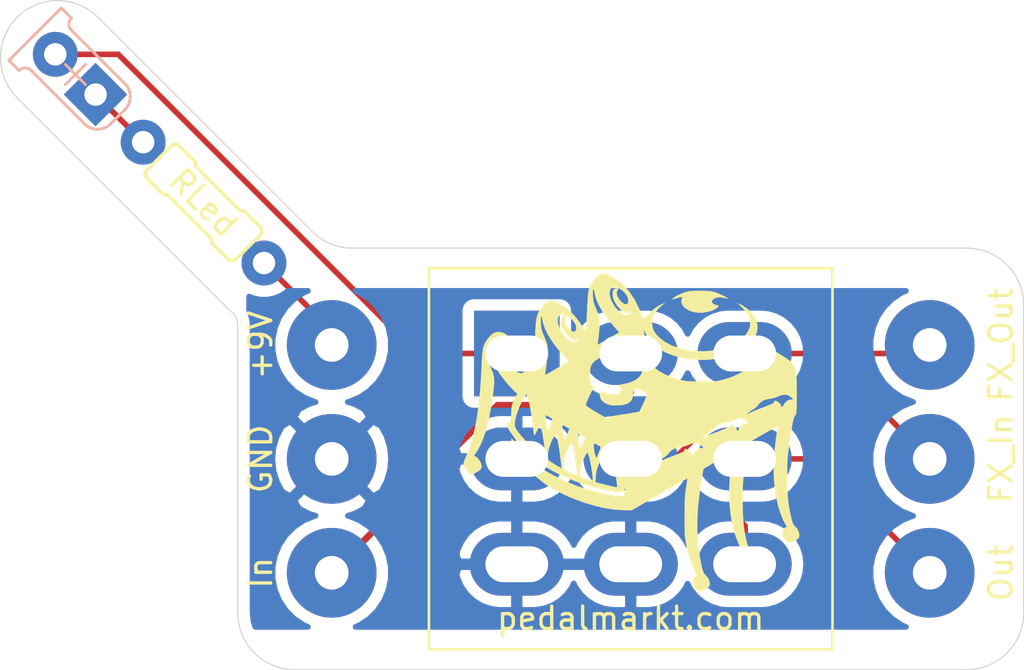
<source format=kicad_pcb>
(kicad_pcb (version 20171130) (host pcbnew "(5.1.5-0-10_14)")

  (general
    (thickness 1.6)
    (drawings 19)
    (tracks 25)
    (zones 0)
    (modules 10)
    (nets 9)
  )

  (page A4)
  (layers
    (0 F.Cu signal)
    (31 B.Cu signal)
    (32 B.Adhes user)
    (33 F.Adhes user)
    (34 B.Paste user)
    (35 F.Paste user)
    (36 B.SilkS user)
    (37 F.SilkS user)
    (38 B.Mask user)
    (39 F.Mask user)
    (40 Dwgs.User user)
    (41 Cmts.User user)
    (42 Eco1.User user hide)
    (43 Eco2.User user)
    (44 Edge.Cuts user)
    (45 Margin user)
    (46 B.CrtYd user)
    (47 F.CrtYd user)
    (48 B.Fab user)
    (49 F.Fab user)
  )

  (setup
    (last_trace_width 0.25)
    (trace_clearance 0.2)
    (zone_clearance 0.508)
    (zone_45_only no)
    (trace_min 0.2)
    (via_size 0.8)
    (via_drill 0.4)
    (via_min_size 0.4)
    (via_min_drill 0.3)
    (uvia_size 0.3)
    (uvia_drill 0.1)
    (uvias_allowed no)
    (uvia_min_size 0.2)
    (uvia_min_drill 0.1)
    (edge_width 0.05)
    (segment_width 0.2)
    (pcb_text_width 0.3)
    (pcb_text_size 1.5 1.5)
    (mod_edge_width 0.12)
    (mod_text_size 1 1)
    (mod_text_width 0.15)
    (pad_size 1.524 1.524)
    (pad_drill 0.762)
    (pad_to_mask_clearance 0.051)
    (solder_mask_min_width 0.25)
    (aux_axis_origin 0 0)
    (visible_elements FFFFFF7F)
    (pcbplotparams
      (layerselection 0x010f0_ffffffff)
      (usegerberextensions false)
      (usegerberattributes false)
      (usegerberadvancedattributes false)
      (creategerberjobfile false)
      (excludeedgelayer true)
      (linewidth 0.100000)
      (plotframeref false)
      (viasonmask false)
      (mode 1)
      (useauxorigin false)
      (hpglpennumber 1)
      (hpglpenspeed 20)
      (hpglpendiameter 15.000000)
      (psnegative false)
      (psa4output false)
      (plotreference true)
      (plotvalue true)
      (plotinvisibletext false)
      (padsonsilk false)
      (subtractmaskfromsilk false)
      (outputformat 1)
      (mirror false)
      (drillshape 0)
      (scaleselection 1)
      (outputdirectory "gerbers/45deg/"))
  )

  (net 0 "")
  (net 1 "Net-(H13-Pad1)")
  (net 2 "Net-(D3-Pad2)")
  (net 3 "Net-(D3-Pad1)")
  (net 4 "Net-(H14-Pad1)")
  (net 5 "Net-(H15-Pad1)")
  (net 6 "Net-(H16-Pad1)")
  (net 7 "Net-(H17-Pad1)")
  (net 8 "Net-(H18-Pad1)")

  (net_class Default "This is the default net class."
    (clearance 0.2)
    (trace_width 0.25)
    (via_dia 0.8)
    (via_drill 0.4)
    (uvia_dia 0.3)
    (uvia_drill 0.1)
    (add_net "Net-(D3-Pad1)")
    (add_net "Net-(D3-Pad2)")
    (add_net "Net-(H14-Pad1)")
    (add_net "Net-(H15-Pad1)")
    (add_net "Net-(H16-Pad1)")
    (add_net "Net-(H17-Pad1)")
    (add_net "Net-(H18-Pad1)")
  )

  (net_class Power ""
    (clearance 0.25)
    (trace_width 0.3)
    (via_dia 0.8)
    (via_drill 0.4)
    (uvia_dia 0.3)
    (uvia_drill 0.1)
    (add_net "Net-(H13-Pad1)")
  )

  (module pedal-component-footprint:3PDT.LUGS.FLPVSK (layer F.Cu) (tedit 5FB7C4FB) (tstamp 5FB83B03)
    (at 195.58 63.5)
    (descr "<b> Latching Footswitch, Solder Lugs</b>\n<br><a href=\"http://smallbear-electronics.mybigcommerce.com/cic-blue-3pdt/\">http://smallbear-electronics.mybigcommerce.com/cic-blue-3pdt/</a>\n<p>\n<b>Momentary Footswitch, Solder Lugs</b>\n<br><a href=\"http://smallbear-electronics.mybigcommerce.com/cic-blue-3pdt-momentary/\">http://smallbear-electronics.mybigcommerce.com/cic-blue-3pdt-momentary/</a>")
    (path /5FBD5069)
    (fp_text reference SW3 (at 0 7.5) (layer B.SilkS) hide
      (effects (font (size 1.2065 1.2065) (thickness 0.1524)) (justify mirror))
    )
    (fp_text value SW_Push_3PDT (at 0 7.5) (layer F.SilkS) hide
      (effects (font (size 1.2065 1.2065) (thickness 0.1524)))
    )
    (fp_text user pedalmarkt.com (at 0 7.112) (layer F.SilkS)
      (effects (font (size 1 1) (thickness 0.15)))
    )
    (fp_line (start 9 8.5) (end -9 8.5) (layer F.SilkS) (width 0.12))
    (fp_line (start 9 -8.5) (end 9 8.5) (layer F.SilkS) (width 0.12))
    (fp_line (start -9 -8.5) (end 9 -8.5) (layer F.SilkS) (width 0.12))
    (fp_line (start -9 8.5) (end -9 -8.5) (layer F.SilkS) (width 0.12))
    (pad 9 thru_hole oval (at 5.08 4.7 180) (size 4.2 2.8) (drill oval 2.8 1.6) (layers *.Cu *.Mask)
      (net 1 "Net-(H13-Pad1)"))
    (pad 8 thru_hole oval (at 5.08 0 180) (size 4.2 2.8) (drill oval 2.8 1.6) (layers *.Cu *.Mask)
      (net 4 "Net-(H14-Pad1)"))
    (pad 7 thru_hole oval (at 5.08 -4.7 180) (size 4.2 2.8) (drill oval 2.8 1.6) (layers *.Cu *.Mask)
      (net 8 "Net-(H18-Pad1)"))
    (pad 6 thru_hole oval (at 0 4.7 180) (size 4.2 2.8) (drill oval 2.8 1.6) (layers *.Cu *.Mask)
      (net 5 "Net-(H15-Pad1)"))
    (pad 5 thru_hole oval (at 0 0 180) (size 4.2 2.8) (drill oval 2.8 1.6) (layers *.Cu *.Mask)
      (net 7 "Net-(H17-Pad1)"))
    (pad 4 thru_hole oval (at 0 -4.7 180) (size 4.2 2.8) (drill oval 2.8 1.6) (layers *.Cu *.Mask)
      (net 1 "Net-(H13-Pad1)"))
    (pad 3 thru_hole oval (at -5.08 4.7 180) (size 4.2 2.8) (drill oval 2.8 1.6) (layers *.Cu *.Mask)
      (net 5 "Net-(H15-Pad1)"))
    (pad 2 thru_hole oval (at -5.08 0 180) (size 4.2 2.8) (drill oval 2.8 1.6) (layers *.Cu *.Mask)
      (net 5 "Net-(H15-Pad1)"))
    (pad 1 thru_hole rect (at -5.08 -4.7 180) (size 3.816 3.816) (drill oval 2.8 1.6) (layers *.Cu *.Mask)
      (net 3 "Net-(D3-Pad1)"))
  )

  (module graphics:perry-18mm (layer F.Cu) (tedit 0) (tstamp 5FB8544E)
    (at 195.58 62.23)
    (fp_text reference G*** (at 0 0) (layer F.SilkS) hide
      (effects (font (size 1.524 1.524) (thickness 0.3)))
    )
    (fp_text value LOGO (at 0.75 0) (layer F.SilkS) hide
      (effects (font (size 1.524 1.524) (thickness 0.3)))
    )
    (fp_poly (pts (xy 4.766419 -5.660124) (xy 4.75074 -5.644445) (xy 4.735061 -5.660124) (xy 4.75074 -5.675803)
      (xy 4.766419 -5.660124)) (layer F.SilkS) (width 0.01))
    (fp_poly (pts (xy 3.284926 -6.223216) (xy 3.433469 -6.21814) (xy 3.549456 -6.207812) (xy 3.647946 -6.190701)
      (xy 3.743999 -6.165279) (xy 3.778642 -6.154514) (xy 3.886812 -6.115258) (xy 4.005029 -6.064949)
      (xy 4.120481 -6.010107) (xy 4.220354 -5.957253) (xy 4.291835 -5.912909) (xy 4.322112 -5.883595)
      (xy 4.321027 -5.878476) (xy 4.286708 -5.87972) (xy 4.212409 -5.896324) (xy 4.157256 -5.911859)
      (xy 3.983707 -5.941025) (xy 3.82422 -5.924175) (xy 3.693949 -5.863272) (xy 3.676974 -5.849694)
      (xy 3.620866 -5.782067) (xy 3.618436 -5.717922) (xy 3.667161 -5.652985) (xy 3.753886 -5.602931)
      (xy 3.8539 -5.581776) (xy 3.858512 -5.581729) (xy 3.911216 -5.568668) (xy 3.907734 -5.530708)
      (xy 3.848612 -5.469682) (xy 3.817839 -5.445437) (xy 3.660306 -5.357289) (xy 3.462834 -5.292669)
      (xy 3.244942 -5.255153) (xy 3.026149 -5.248314) (xy 2.855 -5.26909) (xy 2.65495 -5.328852)
      (xy 2.489507 -5.413578) (xy 2.364094 -5.517235) (xy 2.284136 -5.63379) (xy 2.255056 -5.75721)
      (xy 2.282276 -5.881461) (xy 2.290239 -5.89737) (xy 2.303501 -5.940056) (xy 2.279752 -5.956883)
      (xy 2.212963 -5.947809) (xy 2.097102 -5.912795) (xy 2.047544 -5.895706) (xy 1.951601 -5.864667)
      (xy 1.882164 -5.847226) (xy 1.857262 -5.846359) (xy 1.867197 -5.87434) (xy 1.923017 -5.919726)
      (xy 2.012779 -5.975652) (xy 2.124539 -6.035249) (xy 2.246354 -6.091651) (xy 2.361819 -6.136467)
      (xy 2.467579 -6.171166) (xy 2.55883 -6.195367) (xy 2.650992 -6.210939) (xy 2.759484 -6.219751)
      (xy 2.899726 -6.223671) (xy 3.087139 -6.224568) (xy 3.088765 -6.224568) (xy 3.284926 -6.223216)) (layer F.SilkS) (width 0.01))
    (fp_poly (pts (xy -1.089908 -6.979565) (xy -0.991976 -6.945692) (xy -0.896326 -6.900144) (xy -0.821227 -6.851845)
      (xy -0.784949 -6.80972) (xy -0.783951 -6.80337) (xy -0.757143 -6.780667) (xy -0.706703 -6.773333)
      (xy -0.63987 -6.749639) (xy -0.5443 -6.684073) (xy -0.428919 -6.584914) (xy -0.302654 -6.460437)
      (xy -0.174429 -6.318921) (xy -0.053172 -6.168642) (xy -0.049842 -6.164226) (xy 0.197764 -5.79157)
      (xy 0.384775 -5.411419) (xy 0.441108 -5.262096) (xy 0.482283 -5.14631) (xy 0.516733 -5.055148)
      (xy 0.538777 -5.00344) (xy 0.542484 -4.997433) (xy 0.580633 -4.999321) (xy 0.646365 -5.036675)
      (xy 0.725146 -5.09849) (xy 0.80244 -5.173764) (xy 0.847979 -5.228709) (xy 0.953818 -5.34319)
      (xy 1.097938 -5.459948) (xy 1.258601 -5.563067) (xy 1.395432 -5.629506) (xy 1.520864 -5.679314)
      (xy 1.411111 -5.592362) (xy 1.209968 -5.40785) (xy 1.064357 -5.215103) (xy 1.011306 -5.115491)
      (xy 0.964567 -5.000391) (xy 0.944998 -4.899101) (xy 0.946535 -4.776836) (xy 0.948257 -4.753951)
      (xy 0.977526 -4.576517) (xy 1.039867 -4.421827) (xy 1.143817 -4.274051) (xy 1.285338 -4.128928)
      (xy 1.531045 -3.94139) (xy 1.821078 -3.787706) (xy 2.146445 -3.668704) (xy 2.498153 -3.585213)
      (xy 2.867212 -3.538062) (xy 3.24463 -3.528081) (xy 3.621415 -3.556099) (xy 3.988576 -3.622944)
      (xy 4.33712 -3.729446) (xy 4.562592 -3.826749) (xy 4.821612 -3.975374) (xy 5.024525 -4.140588)
      (xy 5.176855 -4.327383) (xy 5.239736 -4.438393) (xy 5.293188 -4.554246) (xy 5.321024 -4.643311)
      (xy 5.328922 -4.733148) (xy 5.323191 -4.843547) (xy 5.291797 -5.023729) (xy 5.223672 -5.184511)
      (xy 5.111052 -5.339917) (xy 4.968844 -5.48348) (xy 4.888322 -5.55943) (xy 4.83318 -5.616074)
      (xy 4.813055 -5.643373) (xy 4.814379 -5.644445) (xy 4.87551 -5.625869) (xy 4.969227 -5.57683)
      (xy 5.080231 -5.50736) (xy 5.19322 -5.427492) (xy 5.292891 -5.34726) (xy 5.348328 -5.294353)
      (xy 5.509735 -5.084842) (xy 5.610889 -4.869443) (xy 5.653545 -4.651692) (xy 5.639453 -4.435126)
      (xy 5.570366 -4.223282) (xy 5.448036 -4.019696) (xy 5.274216 -3.827905) (xy 5.050657 -3.651446)
      (xy 4.779112 -3.493855) (xy 4.461333 -3.35867) (xy 4.374444 -3.328647) (xy 3.975822 -3.223352)
      (xy 3.559565 -3.162335) (xy 3.135192 -3.144464) (xy 2.712225 -3.168607) (xy 2.300184 -3.233631)
      (xy 1.90859 -3.338405) (xy 1.546964 -3.481795) (xy 1.224825 -3.662669) (xy 1.154283 -3.711649)
      (xy 0.974338 -3.857652) (xy 0.839107 -4.008314) (xy 0.732524 -4.183756) (xy 0.674129 -4.312953)
      (xy 0.597291 -4.499877) (xy 0.596546 -4.027358) (xy 0.601408 -3.757408) (xy 0.619466 -3.538163)
      (xy 0.654516 -3.358318) (xy 0.710356 -3.206571) (xy 0.790781 -3.071618) (xy 0.899588 -2.942156)
      (xy 0.991362 -2.851829) (xy 1.243957 -2.65505) (xy 1.550905 -2.48406) (xy 1.908632 -2.340617)
      (xy 2.216066 -2.250136) (xy 2.316594 -2.226171) (xy 2.411051 -2.208339) (xy 2.511162 -2.195793)
      (xy 2.62865 -2.187687) (xy 2.775236 -2.183173) (xy 2.962644 -2.181407) (xy 3.16716 -2.181443)
      (xy 3.395083 -2.182495) (xy 3.572286 -2.185058) (xy 3.71076 -2.190169) (xy 3.822501 -2.198864)
      (xy 3.919499 -2.212179) (xy 4.01375 -2.23115) (xy 4.117247 -2.256813) (xy 4.154938 -2.266784)
      (xy 4.433812 -2.355454) (xy 4.70469 -2.468203) (xy 4.953153 -2.59769) (xy 5.164784 -2.736574)
      (xy 5.296128 -2.847794) (xy 5.455797 -3.023936) (xy 5.56523 -3.197628) (xy 5.633164 -3.387759)
      (xy 5.668339 -3.613217) (xy 5.671947 -3.660216) (xy 5.691481 -3.951483) (xy 6.35 -3.574256)
      (xy 6.589048 -3.435419) (xy 6.778947 -3.320531) (xy 6.926455 -3.225116) (xy 7.038327 -3.144695)
      (xy 7.121318 -3.074792) (xy 7.156634 -3.039704) (xy 7.221021 -2.968364) (xy 7.272981 -2.900231)
      (xy 7.313842 -2.827766) (xy 7.344929 -2.743426) (xy 7.367568 -2.63967) (xy 7.383087 -2.508957)
      (xy 7.392809 -2.343744) (xy 7.398063 -2.13649) (xy 7.400175 -1.879655) (xy 7.400493 -1.652971)
      (xy 7.400389 -1.390905) (xy 7.399716 -1.184177) (xy 7.397937 -1.025412) (xy 7.394516 -0.907232)
      (xy 7.388913 -0.822259) (xy 7.380593 -0.763118) (xy 7.369016 -0.722431) (xy 7.353646 -0.692821)
      (xy 7.333945 -0.66691) (xy 7.328131 -0.659969) (xy 7.301048 -0.619934) (xy 7.27661 -0.563184)
      (xy 7.252684 -0.480942) (xy 7.22714 -0.364433) (xy 7.197845 -0.204882) (xy 7.162668 0.006487)
      (xy 7.155643 0.050113) (xy 7.107128 0.35624) (xy 7.068344 0.612892) (xy 7.038216 0.832371)
      (xy 7.015666 1.02698) (xy 6.999618 1.209022) (xy 6.988995 1.390799) (xy 6.982721 1.584614)
      (xy 6.979718 1.802769) (xy 6.978911 2.057567) (xy 6.97891 2.06963) (xy 6.981647 2.419703)
      (xy 6.99086 2.721205) (xy 7.007961 2.988076) (xy 7.034364 3.234254) (xy 7.071484 3.473681)
      (xy 7.120735 3.720295) (xy 7.166409 3.918044) (xy 7.205121 4.066328) (xy 7.239585 4.166043)
      (xy 7.275567 4.230534) (xy 7.318833 4.273145) (xy 7.320333 4.274246) (xy 7.414423 4.373241)
      (xy 7.484897 4.504429) (xy 7.519303 4.641465) (xy 7.519848 4.696339) (xy 7.508164 4.763271)
      (xy 7.477691 4.814166) (xy 7.414943 4.865109) (xy 7.337777 4.913512) (xy 7.236513 4.968117)
      (xy 7.147207 5.005676) (xy 7.097159 5.017154) (xy 7.006717 4.989067) (xy 6.91609 4.915039)
      (xy 6.835859 4.810911) (xy 6.776605 4.692528) (xy 6.74891 4.575733) (xy 6.753988 4.503318)
      (xy 6.792383 4.432793) (xy 6.860093 4.36421) (xy 6.868341 4.3581) (xy 6.9632 4.290555)
      (xy 6.899408 4.187337) (xy 6.827784 4.052497) (xy 6.74983 3.873819) (xy 6.672362 3.668785)
      (xy 6.602198 3.454879) (xy 6.56973 3.341778) (xy 6.45868 2.82573) (xy 6.393806 2.269042)
      (xy 6.375152 1.673561) (xy 6.402764 1.041135) (xy 6.476688 0.373613) (xy 6.494063 0.255468)
      (xy 6.516475 0.101071) (xy 6.533394 -0.029722) (xy 6.543452 -0.125146) (xy 6.545284 -0.17344)
      (xy 6.544258 -0.176812) (xy 6.514475 -0.165687) (xy 6.438288 -0.127114) (xy 6.323433 -0.065299)
      (xy 6.177646 0.015549) (xy 6.008664 0.111224) (xy 5.901758 0.17261) (xy 5.272809 0.535583)
      (xy 5.241414 0.683285) (xy 5.213925 0.826847) (xy 5.181733 1.017757) (xy 5.146986 1.241019)
      (xy 5.111833 1.48164) (xy 5.078425 1.724628) (xy 5.04891 1.954987) (xy 5.025436 2.157725)
      (xy 5.014638 2.265389) (xy 5.001253 2.46635) (xy 4.993249 2.707626) (xy 4.99034 2.976209)
      (xy 4.992241 3.259093) (xy 4.998666 3.543269) (xy 5.009331 3.815729) (xy 5.02395 4.063467)
      (xy 5.042238 4.273474) (xy 5.061939 4.421481) (xy 5.109909 4.687582) (xy 5.154634 4.899419)
      (xy 5.198678 5.065176) (xy 5.244606 5.193036) (xy 5.294982 5.291182) (xy 5.352372 5.367796)
      (xy 5.361709 5.377901) (xy 5.466476 5.513735) (xy 5.529463 5.650964) (xy 5.544986 5.775797)
      (xy 5.539458 5.809085) (xy 5.499897 5.8693) (xy 5.419683 5.938336) (xy 5.317432 6.004508)
      (xy 5.211759 6.056131) (xy 5.12128 6.08152) (xy 5.103993 6.082413) (xy 5.00952 6.0527)
      (xy 4.916784 5.976575) (xy 4.837571 5.869532) (xy 4.78367 5.747063) (xy 4.766537 5.638878)
      (xy 4.778766 5.548297) (xy 4.826137 5.479719) (xy 4.865698 5.445861) (xy 4.964976 5.368164)
      (xy 4.85143 5.137847) (xy 4.681774 4.730718) (xy 4.550603 4.277857) (xy 4.458288 3.783343)
      (xy 4.405202 3.251252) (xy 4.391719 2.685661) (xy 4.418211 2.090647) (xy 4.485052 1.470289)
      (xy 4.503936 1.339264) (xy 4.523185 1.200909) (xy 4.536146 1.086894) (xy 4.541488 1.01053)
      (xy 4.53924 0.985331) (xy 4.508937 0.995977) (xy 4.432267 1.034248) (xy 4.316926 1.095973)
      (xy 4.170608 1.176984) (xy 4.001005 1.273111) (xy 3.88593 1.3394) (xy 3.248162 1.709012)
      (xy 3.20695 1.912839) (xy 3.163254 2.152485) (xy 3.119184 2.436382) (xy 3.077047 2.746124)
      (xy 3.039152 3.063304) (xy 3.007804 3.369516) (xy 2.985312 3.646352) (xy 2.980926 3.715926)
      (xy 2.967041 4.395896) (xy 3.004335 5.063607) (xy 3.091991 5.708764) (xy 3.169251 6.08432)
      (xy 3.205051 6.223901) (xy 3.240142 6.320528) (xy 3.28357 6.393196) (xy 3.344381 6.460903)
      (xy 3.352248 6.4686) (xy 3.444637 6.582217) (xy 3.506664 6.706938) (xy 3.532414 6.826024)
      (xy 3.515973 6.922738) (xy 3.514053 6.926471) (xy 3.463155 6.982395) (xy 3.374517 7.048197)
      (xy 3.269012 7.111448) (xy 3.167515 7.159718) (xy 3.090901 7.180581) (xy 3.087077 7.180693)
      (xy 3.026855 7.159135) (xy 2.952527 7.104678) (xy 2.92621 7.079074) (xy 2.831367 6.965731)
      (xy 2.779441 6.863844) (xy 2.760344 6.75135) (xy 2.759506 6.714452) (xy 2.767568 6.625204)
      (xy 2.801358 6.56988) (xy 2.85358 6.53316) (xy 2.916393 6.491284) (xy 2.947058 6.461473)
      (xy 2.947654 6.459034) (xy 2.934434 6.424133) (xy 2.89941 6.348405) (xy 2.849536 6.246758)
      (xy 2.83745 6.22277) (xy 2.717921 5.950073) (xy 2.60921 5.629186) (xy 2.515794 5.274313)
      (xy 2.470191 5.057496) (xy 2.448622 4.93904) (xy 2.431954 4.82973) (xy 2.419607 4.71906)
      (xy 2.411003 4.596527) (xy 2.40556 4.451624) (xy 2.402701 4.273848) (xy 2.401845 4.052693)
      (xy 2.402251 3.825679) (xy 2.403983 3.542395) (xy 2.407576 3.310506) (xy 2.413632 3.118705)
      (xy 2.422753 2.955684) (xy 2.43554 2.810134) (xy 2.452594 2.670748) (xy 2.469776 2.555679)
      (xy 2.493149 2.403991) (xy 2.511413 2.276518) (xy 2.522988 2.185005) (xy 2.526295 2.141198)
      (xy 2.525801 2.139168) (xy 2.497751 2.152543) (xy 2.420903 2.194342) (xy 2.300685 2.261487)
      (xy 2.142527 2.350896) (xy 1.95186 2.459491) (xy 1.734111 2.58419) (xy 1.494712 2.721913)
      (xy 1.282049 2.844724) (xy 0.047037 3.559136) (xy -0.32926 3.556214) (xy -0.711116 3.532339)
      (xy -1.126467 3.469005) (xy -1.563612 3.370233) (xy -2.010848 3.240042) (xy -2.456474 3.082455)
      (xy -2.888787 2.901492) (xy -3.296087 2.701173) (xy -3.66667 2.485519) (xy -3.891809 2.332105)
      (xy -4.304484 1.993675) (xy -4.682098 1.610081) (xy -5.014796 1.191899) (xy -5.167897 0.962494)
      (xy -5.24439 0.837511) (xy -5.292381 0.748142) (xy -5.317829 0.677603) (xy -5.326697 0.60911)
      (xy -5.324946 0.525879) (xy -5.324687 0.521049) (xy -5.315186 0.345695) (xy -5.129767 0.597019)
      (xy -4.971205 0.792536) (xy -4.774336 1.005351) (xy -4.554718 1.220641) (xy -4.327911 1.423588)
      (xy -4.109476 1.599369) (xy -3.981997 1.690273) (xy -3.666899 1.884315) (xy -3.30585 2.07792)
      (xy -2.915211 2.263552) (xy -2.511345 2.433678) (xy -2.110614 2.580761) (xy -1.904545 2.646962)
      (xy -1.701559 2.704009) (xy -1.474355 2.760212) (xy -1.237755 2.812591) (xy -1.006581 2.858167)
      (xy -0.795654 2.893963) (xy -0.619798 2.917) (xy -0.526513 2.923903) (xy -0.297902 2.931975)
      (xy -0.287726 2.806941) (xy -0.273313 2.716689) (xy -0.250465 2.650938) (xy -0.244688 2.642311)
      (xy -0.223387 2.606526) (xy -0.239662 2.602659) (xy -0.280583 2.62545) (xy -0.333219 2.669636)
      (xy -0.347312 2.684069) (xy -0.394953 2.729056) (xy -0.443058 2.750641) (xy -0.512876 2.753699)
      (xy -0.611482 2.744678) (xy -0.893204 2.703409) (xy -1.214541 2.638957) (xy -1.558712 2.555571)
      (xy -1.908932 2.4575) (xy -2.24842 2.348991) (xy -2.36118 2.308851) (xy -1.576016 2.308851)
      (xy -1.313255 2.376903) (xy -1.117091 2.426851) (xy -0.940091 2.470297) (xy -0.792867 2.504751)
      (xy -0.68603 2.527721) (xy -0.633079 2.536526) (xy -0.60815 2.52116) (xy -0.603801 2.461968)
      (xy -0.60951 2.406728) (xy -0.619652 2.328828) (xy -0.635848 2.203393) (xy -0.65621 2.045098)
      (xy -0.678848 1.868618) (xy -0.68964 1.784323) (xy -0.715888 1.599765) (xy -0.744004 1.429986)
      (xy 1.200946 1.429986) (xy 1.20643 1.432471) (xy 1.232123 1.413474) (xy 1.278393 1.388906)
      (xy 1.373161 1.346881) (xy 1.506103 1.291688) (xy 1.66689 1.227614) (xy 1.843605 1.159552)
      (xy 2.042555 1.083194) (xy 2.189708 1.023902) (xy 2.292472 0.978044) (xy 2.358251 0.941987)
      (xy 2.394451 0.912098) (xy 2.408478 0.884744) (xy 2.408909 0.882266) (xy 2.418169 0.836137)
      (xy 2.437018 0.820916) (xy 2.479582 0.837436) (xy 2.559986 0.886525) (xy 2.568059 0.891621)
      (xy 2.651517 0.959754) (xy 2.703489 1.032222) (xy 2.709144 1.048411) (xy 2.736898 1.114865)
      (xy 2.770874 1.119009) (xy 2.810656 1.060893) (xy 2.822485 1.03418) (xy 2.894109 0.918561)
      (xy 2.992797 0.833614) (xy 3.101957 0.791519) (xy 3.154757 0.790284) (xy 3.221676 0.7943)
      (xy 3.239419 0.778615) (xy 3.225457 0.744336) (xy 3.147117 0.658323) (xy 3.029394 0.598141)
      (xy 2.892031 0.5687) (xy 2.754768 0.574908) (xy 2.665432 0.60505) (xy 2.461074 0.690238)
      (xy 2.246466 0.746451) (xy 2.140752 0.760905) (xy 1.982839 0.796655) (xy 1.838484 0.869839)
      (xy 1.727307 0.96906) (xy 1.692077 1.021483) (xy 1.643317 1.079128) (xy 1.559032 1.149609)
      (xy 1.474007 1.207175) (xy 1.371415 1.274764) (xy 1.283356 1.341939) (xy 1.237033 1.385538)
      (xy 1.200946 1.429986) (xy -0.744004 1.429986) (xy -0.747981 1.405974) (xy -0.783616 1.213863)
      (xy -0.820488 1.034349) (xy -0.856292 0.878346) (xy -0.888723 0.756768) (xy -0.915477 0.68053)
      (xy -0.926563 0.662244) (xy -0.956544 0.671425) (xy -1.007309 0.728531) (xy -1.07353 0.824464)
      (xy -1.14988 0.950126) (xy -1.231031 1.09642) (xy -1.311656 1.254248) (xy -1.386428 1.414512)
      (xy -1.436012 1.532221) (xy -1.504628 1.727584) (xy -1.544114 1.904765) (xy -1.559951 2.055969)
      (xy -1.576016 2.308851) (xy -2.36118 2.308851) (xy -2.430247 2.284265) (xy -2.997969 2.051793)
      (xy -3.510476 1.795335) (xy -3.971659 1.511876) (xy -4.385407 1.198404) (xy -4.755612 0.851904)
      (xy -5.086162 0.469365) (xy -5.38095 0.047771) (xy -5.438683 -0.046019) (xy -5.495012 -0.145424)
      (xy -5.53515 -0.227437) (xy -5.550099 -0.273306) (xy -5.174074 -0.273306) (xy -5.167761 -0.189418)
      (xy -5.143207 -0.112954) (xy -5.091992 -0.024298) (xy -5.0289 0.064874) (xy -4.898938 0.227565)
      (xy -4.733743 0.413642) (xy -4.547805 0.608263) (xy -4.355612 0.796588) (xy -4.171651 0.963774)
      (xy -4.062693 1.054607) (xy -3.957582 1.136074) (xy -3.871677 1.198584) (xy -3.81586 1.234457)
      (xy -3.800521 1.239615) (xy -3.799324 1.205471) (xy -3.804181 1.131932) (xy -3.700247 1.131932)
      (xy -3.696928 1.238325) (xy -3.681864 1.30331) (xy -3.647402 1.348063) (xy -3.612203 1.375459)
      (xy -3.541527 1.422427) (xy -3.446195 1.481473) (xy -3.340057 1.544593) (xy -3.236961 1.603781)
      (xy -3.150757 1.651033) (xy -3.095293 1.678344) (xy -3.082362 1.681703) (xy -3.083766 1.649609)
      (xy -3.092548 1.565259) (xy -3.092711 1.563875) (xy -2.994843 1.563875) (xy -2.98926 1.642335)
      (xy -2.97684 1.694713) (xy -2.951785 1.73576) (xy -2.902622 1.774833) (xy -2.81788 1.821291)
      (xy -2.701006 1.877484) (xy -2.562826 1.941757) (xy -2.471502 1.98161) (xy -2.417513 2.00009)
      (xy -2.391334 2.000247) (xy -2.383442 1.985127) (xy -2.38321 1.979205) (xy -2.385477 1.956507)
      (xy -2.273948 1.956507) (xy -2.243834 2.033466) (xy -2.174367 2.091971) (xy -2.058599 2.145847)
      (xy -2.005429 2.166327) (xy -1.86724 2.216865) (xy -1.77707 2.244515) (xy -1.724798 2.249912)
      (xy -1.700305 2.233692) (xy -1.693472 2.196489) (xy -1.693334 2.18592) (xy -1.699181 2.062824)
      (xy -1.715243 1.911097) (xy -1.739297 1.742004) (xy -1.769123 1.566811) (xy -1.802499 1.396782)
      (xy -1.837203 1.243183) (xy -1.871014 1.117279) (xy -1.901712 1.030336) (xy -1.927074 0.993617)
      (xy -1.928519 0.993232) (xy -1.960727 1.016837) (xy -2.006831 1.087313) (xy -2.061102 1.191964)
      (xy -2.117808 1.318093) (xy -2.171219 1.453006) (xy -2.215604 1.584007) (xy -2.243913 1.691936)
      (xy -2.271658 1.847272) (xy -2.273948 1.956507) (xy -2.385477 1.956507) (xy -2.38713 1.939964)
      (xy -2.39794 1.849955) (xy -2.414219 1.72057) (xy -2.434543 1.563205) (xy -2.446827 1.469637)
      (xy -2.483002 1.215698) (xy -2.519685 0.995549) (xy -2.555525 0.815691) (xy -2.58917 0.682626)
      (xy -2.619267 0.602857) (xy -2.630332 0.587002) (xy -2.655805 0.599482) (xy -2.699069 0.657045)
      (xy -2.753075 0.747184) (xy -2.810779 0.857394) (xy -2.865135 0.975168) (xy -2.903314 1.071526)
      (xy -2.95219 1.23862) (xy -2.983868 1.410497) (xy -2.994843 1.563875) (xy -3.092711 1.563875)
      (xy -3.107541 1.438532) (xy -3.127579 1.279304) (xy -3.150919 1.10173) (xy -3.17903 0.903519)
      (xy -3.208944 0.712391) (xy -3.238179 0.542891) (xy -3.264251 0.409569) (xy -3.281026 0.339229)
      (xy -3.311134 0.237655) (xy -3.332778 0.187758) (xy -3.352753 0.180384) (xy -3.377857 0.206378)
      (xy -3.378766 0.207587) (xy -3.475687 0.364523) (xy -3.563818 0.557683) (xy -3.635633 0.765429)
      (xy -3.683607 0.966122) (xy -3.700247 1.131932) (xy -3.804181 1.131932) (xy -3.804936 1.120501)
      (xy -3.816376 0.996106) (xy -3.832663 0.843691) (xy -3.840264 0.777869) (xy -3.87629 0.497129)
      (xy -3.912918 0.258869) (xy -3.949279 0.067154) (xy -3.984505 -0.073951) (xy -4.017726 -0.160383)
      (xy -4.046687 -0.188148) (xy -4.074425 -0.162036) (xy -4.119209 -0.093204) (xy -4.171875 0.004086)
      (xy -4.177641 0.015679) (xy -4.229104 0.114986) (xy -4.271447 0.187525) (xy -4.296328 0.219135)
      (xy -4.297692 0.219506) (xy -4.308438 0.190319) (xy -4.32322 0.110866) (xy -4.340082 -0.006689)
      (xy -4.356936 -0.148951) (xy -4.394878 -0.462979) (xy -4.401416 -0.507411) (xy -3.794321 -0.507411)
      (xy -3.784301 -0.366802) (xy -3.758879 -0.217553) (xy -3.742603 -0.154642) (xy -3.690884 0.015679)
      (xy -3.63014 -0.117312) (xy -3.057459 -0.117312) (xy -3.052228 -0.017555) (xy -3.037657 0.096026)
      (xy -3.016541 0.209335) (xy -2.991676 0.308273) (xy -2.965858 0.378742) (xy -2.941883 0.406643)
      (xy -2.93323 0.4025) (xy -2.917632 0.370634) (xy -2.884475 0.295309) (xy -2.868909 0.258724)
      (xy -2.350002 0.258724) (xy -2.344086 0.361619) (xy -2.332366 0.477332) (xy -2.316335 0.589517)
      (xy -2.297489 0.681822) (xy -2.287349 0.715771) (xy -2.262341 0.773922) (xy -2.238333 0.7924)
      (xy -2.209788 0.766296) (xy -2.171166 0.6907) (xy -2.169972 0.687841) (xy -1.65197 0.687841)
      (xy -1.646512 0.783443) (xy -1.63142 0.895266) (xy -1.609624 1.009112) (xy -1.58405 1.110786)
      (xy -1.557629 1.186089) (xy -1.533286 1.220824) (xy -1.522119 1.217809) (xy -1.506524 1.185945)
      (xy -1.473362 1.110609) (xy -1.42898 1.006305) (xy -1.415326 0.97369) (xy -1.366565 0.855169)
      (xy -1.344389 0.779015) (xy -1.353297 0.728894) (xy -1.397789 0.688476) (xy -1.482365 0.641427)
      (xy -1.511032 0.626327) (xy -1.584538 0.589611) (xy -1.621154 0.582722) (xy -1.638893 0.605166)
      (xy -1.644868 0.622658) (xy -1.65197 0.687841) (xy -2.169972 0.687841) (xy -2.119417 0.566877)
      (xy -2.07883 0.463043) (xy -2.049729 0.38268) (xy -2.038886 0.344938) (xy 3.203793 0.344938)
      (xy 3.209104 0.364762) (xy 3.251899 0.33631) (xy 3.264772 0.325067) (xy 3.317759 0.292862)
      (xy 3.418844 0.244583) (xy 3.556975 0.185017) (xy 3.721105 0.118949) (xy 3.880184 0.058524)
      (xy 4.081676 -0.017269) (xy 4.229908 -0.07658) (xy 4.331236 -0.1224) (xy 4.392017 -0.157719)
      (xy 4.418606 -0.185527) (xy 4.42111 -0.195988) (xy 4.439847 -0.242411) (xy 4.460679 -0.250747)
      (xy 4.53678 -0.227662) (xy 4.622387 -0.171503) (xy 4.692911 -0.101352) (xy 4.72194 -0.04801)
      (xy 4.748458 0.017617) (xy 4.780187 0.021216) (xy 4.818129 -0.037323) (xy 4.827852 -0.059619)
      (xy 4.909128 -0.190634) (xy 5.020314 -0.271296) (xy 5.143576 -0.296476) (xy 5.220541 -0.299099)
      (xy 5.24654 -0.312732) (xy 5.233278 -0.34602) (xy 5.225941 -0.35731) (xy 5.149125 -0.431318)
      (xy 5.037433 -0.493189) (xy 4.918683 -0.529084) (xy 4.872612 -0.533087) (xy 4.790428 -0.519942)
      (xy 4.680401 -0.485966) (xy 4.595519 -0.451376) (xy 4.458189 -0.400308) (xy 4.303201 -0.359521)
      (xy 4.221118 -0.345368) (xy 4.03921 -0.310404) (xy 3.899882 -0.251328) (xy 3.784809 -0.158991)
      (xy 3.734762 -0.102568) (xy 3.659975 -0.026111) (xy 3.553562 0.064376) (xy 3.437481 0.150331)
      (xy 3.427936 0.15679) (xy 3.327594 0.228575) (xy 3.249408 0.292836) (xy 3.207124 0.338034)
      (xy 3.203793 0.344938) (xy -2.038886 0.344938) (xy -2.038279 0.342828) (xy -2.038272 0.342511)
      (xy -2.062797 0.316307) (xy -2.123488 0.272839) (xy -2.201017 0.224065) (xy -2.276059 0.181943)
      (xy -2.329285 0.158431) (xy -2.338444 0.15679) (xy -2.34862 0.184998) (xy -2.350002 0.258724)
      (xy -2.868909 0.258724) (xy -2.840113 0.191047) (xy -2.826615 0.158806) (xy -2.782375 0.050166)
      (xy -2.750596 -0.032902) (xy -2.736563 -0.076401) (xy -2.736585 -0.07963) (xy -2.765441 -0.096883)
      (xy -2.831845 -0.135586) (xy -2.888931 -0.168606) (xy -2.973062 -0.215616) (xy -3.018242 -0.232603)
      (xy -3.039498 -0.221475) (xy -3.050554 -0.189144) (xy -3.057459 -0.117312) (xy -3.63014 -0.117312)
      (xy -3.602973 -0.176788) (xy -3.554706 -0.287591) (xy -3.516117 -0.385451) (xy -3.497233 -0.443331)
      (xy -3.494648 -0.490256) (xy -3.52096 -0.530052) (xy -3.587644 -0.57589) (xy -3.636863 -0.603633)
      (xy -3.794321 -0.689858) (xy -3.794321 -0.507411) (xy -4.401416 -0.507411) (xy -4.438813 -0.761527)
      (xy -4.48662 -1.032432) (xy -4.508311 -1.13359) (xy -2.006327 -1.13359) (xy -1.978336 -1.096643)
      (xy -1.896373 -1.03337) (xy -1.762658 -0.945295) (xy -1.579413 -0.833942) (xy -1.512438 -0.794667)
      (xy -1.353818 -0.702891) (xy -1.213763 -0.622933) (xy -1.101297 -0.559857) (xy -1.025444 -0.518727)
      (xy -0.995618 -0.504605) (xy -0.975942 -0.528002) (xy -0.972099 -0.558583) (xy -0.965835 -0.578468)
      (xy -0.942066 -0.596376) (xy -0.893326 -0.614089) (xy -0.812147 -0.633388) (xy -0.691063 -0.656058)
      (xy -0.522609 -0.683879) (xy -0.410081 -0.701401) (xy 5.179781 -0.701401) (xy 5.190038 -0.699685)
      (xy 5.239342 -0.736669) (xy 5.24748 -0.743066) (xy 5.302765 -0.774618) (xy 5.405801 -0.822549)
      (xy 5.545315 -0.882032) (xy 5.710037 -0.948237) (xy 5.86297 -1.006757) (xy 6.071261 -1.086464)
      (xy 6.224252 -1.149469) (xy 6.32647 -1.19789) (xy 6.38244 -1.233843) (xy 6.397037 -1.256492)
      (xy 6.406242 -1.309537) (xy 6.440782 -1.322946) (xy 6.511039 -1.297875) (xy 6.55715 -1.274307)
      (xy 6.65675 -1.202392) (xy 6.700487 -1.12105) (xy 6.723554 -1.053256) (xy 6.754857 -1.043166)
      (xy 6.797767 -1.09174) (xy 6.835719 -1.159601) (xy 6.915266 -1.268379) (xy 7.018011 -1.343557)
      (xy 7.126733 -1.374207) (xy 7.169333 -1.371309) (xy 7.229849 -1.368434) (xy 7.236195 -1.394258)
      (xy 7.188428 -1.450206) (xy 7.173148 -1.464443) (xy 7.051683 -1.553001) (xy 6.926503 -1.594106)
      (xy 6.785756 -1.588525) (xy 6.617588 -1.537024) (xy 6.543174 -1.505185) (xy 6.394044 -1.448058)
      (xy 6.259076 -1.415432) (xy 6.201738 -1.410423) (xy 6.02917 -1.382972) (xy 5.865872 -1.309626)
      (xy 5.735838 -1.201283) (xy 5.732381 -1.197226) (xy 5.677827 -1.129252) (xy 5.643431 -1.08056)
      (xy 5.639604 -1.073272) (xy 5.609272 -1.044996) (xy 5.539281 -0.994999) (xy 5.443977 -0.933446)
      (xy 5.430863 -0.925363) (xy 5.328752 -0.857247) (xy 5.24648 -0.792301) (xy 5.200863 -0.743892)
      (xy 5.199508 -0.741524) (xy 5.179781 -0.701401) (xy -0.410081 -0.701401) (xy -0.305741 -0.717648)
      (xy -0.107958 -0.748939) (xy 0.068922 -0.778737) (xy 0.215463 -0.805303) (xy 0.322228 -0.826899)
      (xy 0.379781 -0.841787) (xy 0.386643 -0.845179) (xy 0.410958 -0.883756) (xy 0.452429 -0.964106)
      (xy 0.505259 -1.073437) (xy 0.56365 -1.198959) (xy 0.621804 -1.327881) (xy 0.673923 -1.447414)
      (xy 0.71421 -1.544765) (xy 0.736865 -1.607146) (xy 0.739252 -1.623052) (xy 0.707429 -1.644366)
      (xy 0.635885 -1.688169) (xy 0.539196 -1.74556) (xy 0.524604 -1.754102) (xy 0.32347 -1.871638)
      (xy 0.209079 -1.806004) (xy 0.14118 -1.762298) (xy 0.107309 -1.717615) (xy 0.095647 -1.648669)
      (xy 0.094381 -1.57997) (xy 0.070138 -1.42172) (xy -0.002897 -1.297367) (xy -0.12619 -1.205967)
      (xy -0.301209 -1.146577) (xy -0.529419 -1.118251) (xy -0.627161 -1.115458) (xy -0.775611 -1.116437)
      (xy -0.882196 -1.124502) (xy -0.967673 -1.143357) (xy -1.052803 -1.176702) (xy -1.102143 -1.200172)
      (xy -1.246387 -1.292369) (xy -1.33536 -1.404733) (xy -1.375699 -1.547402) (xy -1.379753 -1.624229)
      (xy -1.379753 -1.749473) (xy -1.183766 -1.688297) (xy -0.984994 -1.636541) (xy -0.804056 -1.609029)
      (xy -0.652677 -1.606566) (xy -0.542584 -1.629958) (xy -0.518648 -1.642601) (xy -0.457693 -1.716066)
      (xy -0.437094 -1.814848) (xy -0.458443 -1.91496) (xy -0.496863 -1.97069) (xy -0.523084 -2.000449)
      (xy -0.522548 -2.020454) (xy -0.485556 -2.035892) (xy -0.402407 -2.051953) (xy -0.320711 -2.06492)
      (xy -0.06543 -2.123569) (xy 0.146522 -2.209887) (xy 0.313563 -2.31835) (xy 0.434109 -2.443434)
      (xy 0.50658 -2.579616) (xy 0.529392 -2.721372) (xy 0.500965 -2.863179) (xy 0.419714 -2.999514)
      (xy 0.28406 -3.124853) (xy 0.092418 -3.233672) (xy 0.022405 -3.262798) (xy -0.227079 -3.336778)
      (xy -0.488785 -3.374798) (xy -0.752335 -3.378541) (xy -1.00735 -3.349688) (xy -1.243452 -3.289924)
      (xy -1.450264 -3.20093) (xy -1.617407 -3.08439) (xy -1.708966 -2.982096) (xy -1.749801 -2.921109)
      (xy -1.776709 -2.866868) (xy -1.792591 -2.804302) (xy -1.800346 -2.71834) (xy -1.802873 -2.593912)
      (xy -1.803087 -2.492889) (xy -1.801986 -2.335405) (xy -1.797147 -2.226427) (xy -1.786264 -2.151761)
      (xy -1.767033 -2.097213) (xy -1.737149 -2.04859) (xy -1.729151 -2.037597) (xy -1.655215 -1.937593)
      (xy -1.831065 -1.56146) (xy -1.896647 -1.417333) (xy -1.951028 -1.290486) (xy -1.98915 -1.193267)
      (xy -2.005954 -1.138022) (xy -2.006327 -1.13359) (xy -4.508311 -1.13359) (xy -4.536175 -1.263531)
      (xy -4.57956 -1.424365) (xy -4.646852 -1.641445) (xy -4.744001 -1.487081) (xy -4.85463 -1.290792)
      (xy -4.956869 -1.071257) (xy -5.045323 -0.843705) (xy -5.114596 -0.623364) (xy -5.159291 -0.425463)
      (xy -5.174074 -0.273306) (xy -5.550099 -0.273306) (xy -5.550371 -0.274138) (xy -5.524099 -0.313101)
      (xy -5.459357 -0.354364) (xy -5.444034 -0.361211) (xy -5.337697 -0.405641) (xy -5.326379 -0.76219)
      (xy -5.320322 -0.919964) (xy -5.311063 -1.034231) (xy -5.294264 -1.124193) (xy -5.265586 -1.209048)
      (xy -5.22069 -1.307997) (xy -5.188073 -1.374255) (xy -5.061086 -1.629771) (xy -5.198356 -1.763466)
      (xy -5.434679 -2.010302) (xy -5.654286 -2.272001) (xy -5.851862 -2.540098) (xy -6.022094 -2.806133)
      (xy -6.159667 -3.06164) (xy -6.259268 -3.298159) (xy -6.315582 -3.507225) (xy -6.317639 -3.521611)
      (xy -5.64969 -3.521611) (xy -5.629758 -3.369307) (xy -5.57967 -3.204526) (xy -5.502326 -3.039519)
      (xy -5.400626 -2.886537) (xy -5.379298 -2.860443) (xy -5.291453 -2.77214) (xy -5.182566 -2.684014)
      (xy -5.072673 -2.610625) (xy -4.981813 -2.566532) (xy -4.970089 -2.563095) (xy -4.916828 -2.548717)
      (xy -4.901733 -2.543638) (xy -4.871891 -2.550679) (xy -4.817405 -2.569857) (xy -4.744274 -2.616123)
      (xy -4.705145 -2.66274) (xy -4.685882 -2.703068) (xy -4.697733 -2.708299) (xy -4.751347 -2.680083)
      (xy -4.765377 -2.672081) (xy -4.824152 -2.642231) (xy -4.871699 -2.636801) (xy -4.931889 -2.657966)
      (xy -5.001581 -2.693602) (xy -5.164498 -2.807314) (xy -5.307651 -2.959134) (xy -5.421043 -3.133892)
      (xy -5.494675 -3.316416) (xy -5.518706 -3.478272) (xy -5.512098 -3.523858) (xy -5.314058 -3.523858)
      (xy -5.282754 -3.35493) (xy -5.194675 -3.204782) (xy -5.054877 -3.081694) (xy -5.037171 -3.070534)
      (xy -4.964933 -3.027783) (xy -4.923512 -3.015268) (xy -4.88938 -3.031922) (xy -4.855124 -3.062268)
      (xy -4.810097 -3.12878) (xy -4.798467 -3.17986) (xy -4.821416 -3.292823) (xy -4.880361 -3.412801)
      (xy -4.963751 -3.526261) (xy -5.060035 -3.619667) (xy -5.15766 -3.679484) (xy -5.236791 -3.693451)
      (xy -5.282986 -3.682743) (xy -5.30608 -3.653099) (xy -5.313718 -3.587739) (xy -5.314058 -3.523858)
      (xy -5.512098 -3.523858) (xy -5.499398 -3.611456) (xy -5.440764 -3.695794) (xy -5.342786 -3.731309)
      (xy -5.318165 -3.732559) (xy -5.256889 -3.736156) (xy -5.251412 -3.748849) (xy -5.277003 -3.766043)
      (xy -5.382988 -3.798936) (xy -5.495009 -3.790158) (xy -5.585152 -3.742069) (xy -5.587483 -3.739788)
      (xy -5.636565 -3.649188) (xy -5.64969 -3.521611) (xy -6.317639 -3.521611) (xy -6.322171 -3.553292)
      (xy -6.338893 -3.661243) (xy -6.356284 -3.71156) (xy -6.37235 -3.709269) (xy -6.385095 -3.659395)
      (xy -6.392523 -3.566963) (xy -6.392641 -3.437) (xy -6.390473 -3.381252) (xy -6.381066 -3.238148)
      (xy -6.36511 -3.126248) (xy -6.336666 -3.022339) (xy -6.289794 -2.903204) (xy -6.239418 -2.790864)
      (xy -6.177518 -2.648068) (xy -6.132871 -2.520131) (xy -6.104499 -2.394864) (xy -6.091424 -2.260078)
      (xy -6.092671 -2.103582) (xy -6.107261 -1.913187) (xy -6.134218 -1.676703) (xy -6.143943 -1.599836)
      (xy -6.222199 -1.066616) (xy -6.313798 -0.580679) (xy -6.41797 -0.144778) (xy -6.533941 0.238336)
      (xy -6.66094 0.565912) (xy -6.798195 0.835198) (xy -6.850232 0.917735) (xy -6.989711 1.125707)
      (xy -6.883747 1.191196) (xy -6.799064 1.267701) (xy -6.7219 1.377489) (xy -6.666748 1.496002)
      (xy -6.647902 1.590916) (xy -6.656385 1.668164) (xy -6.68907 1.730278) (xy -6.756812 1.789948)
      (xy -6.870462 1.859864) (xy -6.884849 1.867952) (xy -6.988866 1.924644) (xy -7.056126 1.95371)
      (xy -7.104222 1.958819) (xy -7.150749 1.943639) (xy -7.179363 1.929359) (xy -7.277131 1.85212)
      (xy -7.366229 1.735943) (xy -7.430401 1.604147) (xy -7.446885 1.545616) (xy -7.451066 1.480948)
      (xy -7.435589 1.401072) (xy -7.396617 1.291999) (xy -7.3437 1.16932) (xy -7.197428 0.804368)
      (xy -7.06887 0.398186) (xy -6.957517 -0.052181) (xy -6.86286 -0.549685) (xy -6.784389 -1.09728)
      (xy -6.721595 -1.697922) (xy -6.673969 -2.354563) (xy -6.648938 -2.859902) (xy -6.636796 -3.129135)
      (xy -6.623433 -3.345157) (xy -6.606671 -3.517463) (xy -6.584331 -3.655552) (xy -6.554236 -3.76892)
      (xy -6.514208 -3.867063) (xy -6.462069 -3.959479) (xy -6.395641 -4.055665) (xy -6.365406 -4.096229)
      (xy -6.238928 -4.242933) (xy -6.11781 -4.335896) (xy -5.991208 -4.381965) (xy -5.900048 -4.390006)
      (xy -5.765299 -4.373318) (xy -5.638319 -4.328994) (xy -5.540789 -4.265984) (xy -5.508676 -4.228435)
      (xy -5.450174 -4.181571) (xy -5.402304 -4.170617) (xy -5.34384 -4.147923) (xy -5.255291 -4.085888)
      (xy -5.146442 -3.993582) (xy -5.027075 -3.880078) (xy -4.906976 -3.754446) (xy -4.795929 -3.625758)
      (xy -4.746432 -3.562537) (xy -4.652981 -3.429221) (xy -4.55575 -3.276393) (xy -4.488407 -3.159853)
      (xy -4.431915 -3.059364) (xy -4.385638 -2.98467) (xy -4.358088 -2.949337) (xy -4.355574 -2.948187)
      (xy -4.344605 -2.97082) (xy -4.333242 -3.041008) (xy -4.321301 -3.161265) (xy -4.308598 -3.334104)
      (xy -4.294948 -3.562041) (xy -4.280167 -3.847589) (xy -4.264071 -4.193263) (xy -4.263683 -4.201975)
      (xy -4.250393 -4.475513) (xy -4.23616 -4.695701) (xy -4.218878 -4.871893) (xy -4.209055 -4.93387)
      (xy -4.009995 -4.93387) (xy -4.009179 -4.806125) (xy -4.007884 -4.776584) (xy -3.997995 -4.638792)
      (xy -3.980271 -4.525413) (xy -3.949008 -4.414045) (xy -3.898497 -4.282286) (xy -3.857525 -4.186296)
      (xy -3.775134 -3.978991) (xy -3.726003 -3.809253) (xy -3.707412 -3.683623) (xy -3.706855 -3.590212)
      (xy -3.713526 -3.450531) (xy -3.725916 -3.280417) (xy -3.742521 -3.095703) (xy -3.761832 -2.912227)
      (xy -3.782342 -2.745822) (xy -3.802547 -2.612325) (xy -3.815482 -2.54784) (xy -3.820507 -2.493572)
      (xy -3.810292 -2.477284) (xy -3.775636 -2.492205) (xy -3.699302 -2.532546) (xy -3.593519 -2.591673)
      (xy -3.501151 -2.644976) (xy -3.348854 -2.733843) (xy -3.185621 -2.828876) (xy -3.03819 -2.914515)
      (xy -2.985979 -2.944771) (xy -2.75776 -3.076873) (xy -2.980659 -3.318005) (xy -3.259799 -3.640347)
      (xy -3.495357 -3.955176) (xy -3.684678 -4.25795) (xy -3.825104 -4.544126) (xy -3.913978 -4.809162)
      (xy -3.91996 -4.841564) (xy -3.260835 -4.841564) (xy -3.225097 -4.677963) (xy -3.15647 -4.507239)
      (xy -3.060259 -4.340147) (xy -2.94177 -4.18744) (xy -2.80631 -4.059874) (xy -2.659183 -3.968201)
      (xy -2.649753 -3.963924) (xy -2.54361 -3.927404) (xy -2.462123 -3.931446) (xy -2.380609 -3.977896)
      (xy -2.37176 -3.984745) (xy -2.315191 -4.038502) (xy -2.289305 -4.081371) (xy -2.289136 -4.083679)
      (xy -2.308094 -4.090983) (xy -2.350598 -4.061999) (xy -2.436138 -4.02251) (xy -2.539983 -4.032751)
      (xy -2.654398 -4.085397) (xy -2.771643 -4.173124) (xy -2.883982 -4.288609) (xy -2.983678 -4.424529)
      (xy -3.062992 -4.573559) (xy -3.114186 -4.728376) (xy -3.125719 -4.795667) (xy -3.125533 -4.943624)
      (xy -3.085722 -5.046518) (xy -3.0077 -5.10192) (xy -2.942072 -5.111358) (xy -2.876539 -5.108761)
      (xy -2.865141 -5.092549) (xy -2.899306 -5.050092) (xy -2.899981 -5.049346) (xy -2.941738 -4.959613)
      (xy -2.937395 -4.845075) (xy -2.891686 -4.717658) (xy -2.809347 -4.589288) (xy -2.69511 -4.471889)
      (xy -2.659546 -4.44372) (xy -2.567983 -4.399553) (xy -2.494475 -4.408643) (xy -2.445183 -4.46267)
      (xy -2.426264 -4.553313) (xy -2.44388 -4.672252) (xy -2.458421 -4.715409) (xy -2.528357 -4.845708)
      (xy -2.627422 -4.961507) (xy -2.745005 -5.057332) (xy -2.870495 -5.127708) (xy -2.99328 -5.167161)
      (xy -3.102748 -5.170217) (xy -3.188288 -5.131401) (xy -3.21242 -5.104381) (xy -3.258378 -4.987288)
      (xy -3.260835 -4.841564) (xy -3.91996 -4.841564) (xy -3.94209 -4.961429) (xy -3.958182 -5.057315)
      (xy -3.975145 -5.096529) (xy -3.990851 -5.085045) (xy -4.003177 -5.028834) (xy -4.009995 -4.93387)
      (xy -4.209055 -4.93387) (xy -4.196441 -5.013446) (xy -4.166743 -5.129713) (xy -4.127678 -5.23005)
      (xy -4.07714 -5.323813) (xy -4.013023 -5.420355) (xy -3.97871 -5.467837) (xy -3.858362 -5.613156)
      (xy -3.744164 -5.706631) (xy -3.623325 -5.756206) (xy -3.492343 -5.769877) (xy -3.410401 -5.756602)
      (xy -3.31247 -5.722729) (xy -3.21682 -5.677181) (xy -3.14172 -5.628882) (xy -3.105442 -5.586757)
      (xy -3.104445 -5.580407) (xy -3.077428 -5.558437) (xy -3.019981 -5.55037) (xy -2.954942 -5.526296)
      (xy -2.861669 -5.459831) (xy -2.74839 -5.359613) (xy -2.623333 -5.234279) (xy -2.494725 -5.092468)
      (xy -2.370795 -4.942816) (xy -2.259769 -4.793962) (xy -2.175016 -4.663318) (xy -2.102148 -4.540799)
      (xy -2.054632 -4.466232) (xy -2.026058 -4.433493) (xy -2.010015 -4.436457) (xy -2.000091 -4.468998)
      (xy -1.995831 -4.492131) (xy -1.989497 -4.551148) (xy -1.981272 -4.662931) (xy -1.971738 -4.817578)
      (xy -1.961477 -5.005188) (xy -1.951071 -5.21586) (xy -1.943746 -5.377901) (xy -1.930643 -5.657805)
      (xy -1.916951 -5.88396) (xy -1.900723 -6.065318) (xy -1.88911 -6.14691) (xy -1.69101 -6.14691)
      (xy -1.68739 -5.999547) (xy -1.677475 -5.861589) (xy -1.659691 -5.747986) (xy -1.62833 -5.636297)
      (xy -1.577685 -5.504082) (xy -1.537274 -5.409259) (xy -1.477188 -5.262273) (xy -1.432596 -5.127357)
      (xy -1.402956 -4.994068) (xy -1.387725 -4.85196) (xy -1.386361 -4.690588) (xy -1.398319 -4.499508)
      (xy -1.423059 -4.268275) (xy -1.460036 -3.986443) (xy -1.462431 -3.969147) (xy -1.483855 -3.814713)
      (xy -1.332765 -3.899159) (xy -1.244224 -3.94922) (xy -1.119029 -4.020752) (xy -0.974738 -4.103694)
      (xy -0.84684 -4.177592) (xy -0.512006 -4.371579) (xy -0.772159 -4.667427) (xy -1.039258 -4.992444)
      (xy -1.258588 -5.304812) (xy -1.427943 -5.600723) (xy -1.54512 -5.876372) (xy -1.593907 -6.064527)
      (xy -0.940341 -6.064527) (xy -0.904603 -5.900926) (xy -0.835976 -5.730202) (xy -0.739765 -5.56311)
      (xy -0.621276 -5.410403) (xy -0.485816 -5.282837) (xy -0.338689 -5.191164) (xy -0.32926 -5.186886)
      (xy -0.223116 -5.150367) (xy -0.14163 -5.154409) (xy -0.060116 -5.200859) (xy -0.051266 -5.207708)
      (xy 0.005303 -5.261465) (xy 0.031189 -5.304334) (xy 0.031358 -5.306642) (xy 0.0124 -5.313946)
      (xy -0.030104 -5.284962) (xy -0.115644 -5.245473) (xy -0.21949 -5.255714) (xy -0.333904 -5.308359)
      (xy -0.451149 -5.396087) (xy -0.563489 -5.511572) (xy -0.663184 -5.647492) (xy -0.742498 -5.796522)
      (xy -0.793693 -5.951339) (xy -0.805225 -6.01863) (xy -0.805039 -6.166587) (xy -0.765228 -6.269481)
      (xy -0.687206 -6.324883) (xy -0.621578 -6.334321) (xy -0.556579 -6.331409) (xy -0.545088 -6.3151)
      (xy -0.575264 -6.276975) (xy -0.62169 -6.181968) (xy -0.618992 -6.063629) (xy -0.570557 -5.932921)
      (xy -0.479771 -5.800806) (xy -0.404341 -5.723576) (xy -0.294942 -5.641827) (xy -0.20957 -5.616962)
      (xy -0.146311 -5.648766) (xy -0.119769 -5.691389) (xy -0.100089 -5.770539) (xy -0.113868 -5.867631)
      (xy -0.121277 -5.893803) (xy -0.181213 -6.026269) (xy -0.272471 -6.146998) (xy -0.384841 -6.250246)
      (xy -0.508114 -6.33027) (xy -0.63208 -6.381326) (xy -0.746531 -6.397672) (xy -0.841256 -6.373563)
      (xy -0.891926 -6.327344) (xy -0.937884 -6.210251) (xy -0.940341 -6.064527) (xy -1.593907 -6.064527)
      (xy -1.604154 -6.104043) (xy -1.629791 -6.229033) (xy -1.653089 -6.293561) (xy -1.672255 -6.299882)
      (xy -1.685493 -6.250247) (xy -1.69101 -6.14691) (xy -1.88911 -6.14691) (xy -1.880012 -6.21083)
      (xy -1.852871 -6.329448) (xy -1.817353 -6.430126) (xy -1.771512 -6.521813) (xy -1.7134 -6.613464)
      (xy -1.658217 -6.6908) (xy -1.537868 -6.836119) (xy -1.42367 -6.929594) (xy -1.302831 -6.979169)
      (xy -1.171849 -6.99284) (xy -1.089908 -6.979565)) (layer F.SilkS) (width 0.01))
  )

  (module "MBv3 diodes:3MM_1" (layer F.Cu) (tedit 599B1EB8) (tstamp 5FB8363E)
    (at 170.815 46.355 135)
    (path /5FBD507B)
    (fp_text reference D3 (at 0 -2.032 135) (layer F.SilkS) hide
      (effects (font (size 0.9652 0.9652) (thickness 0.08128)))
    )
    (fp_text value LED (at 0 0 135) (layer F.SilkS) hide
      (effects (font (size 1.524 1.524) (thickness 0.15)))
    )
    (fp_arc (start -1.8415 0.444499) (end -1.778 1.27) (angle 90) (layer F.SilkS) (width 0.127))
    (fp_line (start -2.667 0.508) (end -2.667 -0.508) (layer F.SilkS) (width 0.127))
    (fp_arc (start -1.8415 -0.444499) (end -2.667 -0.508) (angle 90) (layer F.SilkS) (width 0.127))
    (fp_line (start -1.778 -1.27) (end 1.524 -1.27) (layer F.SilkS) (width 0.127))
    (fp_arc (start 1.524 -1.651) (end 1.524 -1.27) (angle -90) (layer F.SilkS) (width 0.127))
    (fp_line (start -1.778 1.27) (end 1.524 1.27) (layer F.SilkS) (width 0.127))
    (fp_arc (start 1.524 1.651) (end 1.524 1.27) (angle 90) (layer F.SilkS) (width 0.127))
    (fp_line (start 1.905 -1.651) (end 2.54 -1.651) (layer F.SilkS) (width 0.127))
    (fp_line (start 2.54 -1.651) (end 2.54 1.651) (layer F.SilkS) (width 0.127))
    (fp_line (start 2.54 1.651) (end 1.905 1.651) (layer F.SilkS) (width 0.127))
    (fp_arc (start -1.8415 -0.444499) (end -1.778 -1.27) (angle -90) (layer B.SilkS) (width 0.127))
    (fp_line (start -2.667 -0.508) (end -2.667 0.508) (layer B.SilkS) (width 0.127))
    (fp_arc (start -1.8415 0.444499) (end -2.667 0.508) (angle -90) (layer B.SilkS) (width 0.127))
    (fp_line (start -1.778 1.27) (end 1.524 1.27) (layer B.SilkS) (width 0.127))
    (fp_arc (start 1.524 1.651) (end 1.524 1.27) (angle 90) (layer B.SilkS) (width 0.127))
    (fp_line (start -1.778 -1.27) (end 1.524 -1.27) (layer B.SilkS) (width 0.127))
    (fp_arc (start 1.524 -1.651) (end 1.524 -1.27) (angle -90) (layer B.SilkS) (width 0.127))
    (fp_line (start 1.905 1.651) (end 2.54 1.651) (layer B.SilkS) (width 0.127))
    (fp_line (start 2.54 1.651) (end 2.54 -1.651) (layer B.SilkS) (width 0.127))
    (fp_line (start 2.54 -1.651) (end 1.905 -1.651) (layer B.SilkS) (width 0.127))
    (fp_line (start 0 -0.635) (end 0 0.635) (layer B.SilkS) (width 0.127))
    (fp_line (start -0.635 0) (end 0.635 0) (layer B.SilkS) (width 0.127))
    (pad 2 thru_hole rect (at -1.27 0 135) (size 2 2) (drill 1) (layers *.Cu *.Mask)
      (net 2 "Net-(D3-Pad2)"))
    (pad 1 thru_hole oval (at 1.27 0 135) (size 2 2) (drill 1) (layers *.Cu *.Mask)
      (net 3 "Net-(D3-Pad1)"))
  )

  (module Connector_Wire:SolderWirePad_1x01_Drill1.5mm (layer F.Cu) (tedit 5AEE5EB3) (tstamp 5FB83648)
    (at 182.245 68.58 270)
    (descr "Wire solder connection")
    (tags connector)
    (path /5FBD50B6)
    (attr virtual)
    (fp_text reference H13 (at 0 -3.81 90) (layer F.SilkS) hide
      (effects (font (size 1 1) (thickness 0.15)))
    )
    (fp_text value In (at 0 3.175 90) (layer F.SilkS)
      (effects (font (size 1 1) (thickness 0.15)))
    )
    (fp_text user %R (at 0 0 90) (layer F.Fab) hide
      (effects (font (size 1 1) (thickness 0.15)))
    )
    (fp_line (start -2.5 -2.5) (end 2.5 -2.5) (layer F.CrtYd) (width 0.05))
    (fp_line (start -2.5 -2.5) (end -2.5 2.5) (layer F.CrtYd) (width 0.05))
    (fp_line (start 2.5 2.5) (end 2.5 -2.5) (layer F.CrtYd) (width 0.05))
    (fp_line (start 2.5 2.5) (end -2.5 2.5) (layer F.CrtYd) (width 0.05))
    (pad 1 thru_hole circle (at 0 0 270) (size 4.0005 4.0005) (drill 1.50114) (layers *.Cu *.Mask)
      (net 1 "Net-(H13-Pad1)"))
  )

  (module Connector_Wire:SolderWirePad_1x01_Drill1.5mm (layer F.Cu) (tedit 5AEE5EB3) (tstamp 5FB83652)
    (at 208.915 68.58 90)
    (descr "Wire solder connection")
    (tags connector)
    (path /5FBD50BC)
    (attr virtual)
    (fp_text reference H14 (at 0 -3.81 90) (layer F.SilkS) hide
      (effects (font (size 1 1) (thickness 0.15)))
    )
    (fp_text value Out (at 0 3.175 90) (layer F.SilkS)
      (effects (font (size 1 1) (thickness 0.15)))
    )
    (fp_line (start 2.5 2.5) (end -2.5 2.5) (layer F.CrtYd) (width 0.05))
    (fp_line (start 2.5 2.5) (end 2.5 -2.5) (layer F.CrtYd) (width 0.05))
    (fp_line (start -2.5 -2.5) (end -2.5 2.5) (layer F.CrtYd) (width 0.05))
    (fp_line (start -2.5 -2.5) (end 2.5 -2.5) (layer F.CrtYd) (width 0.05))
    (fp_text user %R (at 0 0 90) (layer F.Fab)
      (effects (font (size 1 1) (thickness 0.15)))
    )
    (pad 1 thru_hole circle (at 0 0 90) (size 4.0005 4.0005) (drill 1.50114) (layers *.Cu *.Mask)
      (net 4 "Net-(H14-Pad1)"))
  )

  (module Connector_Wire:SolderWirePad_1x01_Drill1.5mm (layer F.Cu) (tedit 5AEE5EB3) (tstamp 5FB8365C)
    (at 182.245 63.5 270)
    (descr "Wire solder connection")
    (tags connector)
    (path /5FBD50AF)
    (attr virtual)
    (fp_text reference H15 (at 0 -3.81 90) (layer F.SilkS) hide
      (effects (font (size 1 1) (thickness 0.15)))
    )
    (fp_text value GND (at 0 3.175 90) (layer F.SilkS)
      (effects (font (size 1 1) (thickness 0.15)))
    )
    (fp_line (start 2.5 2.5) (end -2.5 2.5) (layer F.CrtYd) (width 0.05))
    (fp_line (start 2.5 2.5) (end 2.5 -2.5) (layer F.CrtYd) (width 0.05))
    (fp_line (start -2.5 -2.5) (end -2.5 2.5) (layer F.CrtYd) (width 0.05))
    (fp_line (start -2.5 -2.5) (end 2.5 -2.5) (layer F.CrtYd) (width 0.05))
    (fp_text user %R (at 0 0 90) (layer F.Fab)
      (effects (font (size 1 1) (thickness 0.15)))
    )
    (pad 1 thru_hole circle (at 0 0 270) (size 4.0005 4.0005) (drill 1.50114) (layers *.Cu *.Mask)
      (net 5 "Net-(H15-Pad1)"))
  )

  (module Connector_Wire:SolderWirePad_1x01_Drill1.5mm (layer F.Cu) (tedit 5AEE5EB3) (tstamp 5FB83666)
    (at 182.245 58.42 270)
    (descr "Wire solder connection")
    (tags connector)
    (path /5FBD5087)
    (attr virtual)
    (fp_text reference H16 (at 0 -3.81 90) (layer F.SilkS) hide
      (effects (font (size 1 1) (thickness 0.15)))
    )
    (fp_text value +9V (at 0 3.175 90) (layer F.SilkS)
      (effects (font (size 1 1) (thickness 0.15)))
    )
    (fp_text user %R (at 0 0 90) (layer F.Fab)
      (effects (font (size 1 1) (thickness 0.15)))
    )
    (fp_line (start -2.5 -2.5) (end 2.5 -2.5) (layer F.CrtYd) (width 0.05))
    (fp_line (start -2.5 -2.5) (end -2.5 2.5) (layer F.CrtYd) (width 0.05))
    (fp_line (start 2.5 2.5) (end 2.5 -2.5) (layer F.CrtYd) (width 0.05))
    (fp_line (start 2.5 2.5) (end -2.5 2.5) (layer F.CrtYd) (width 0.05))
    (pad 1 thru_hole circle (at 0 0 270) (size 4.0005 4.0005) (drill 1.50114) (layers *.Cu *.Mask)
      (net 6 "Net-(H16-Pad1)"))
  )

  (module Connector_Wire:SolderWirePad_1x01_Drill1.5mm (layer F.Cu) (tedit 5AEE5EB3) (tstamp 5FB83670)
    (at 208.915 63.5 90)
    (descr "Wire solder connection")
    (tags connector)
    (path /5FBD506F)
    (attr virtual)
    (fp_text reference H17 (at 0 -3.81 90) (layer F.SilkS) hide
      (effects (font (size 1 1) (thickness 0.15)))
    )
    (fp_text value FX_In (at 0 3.175 90) (layer F.SilkS)
      (effects (font (size 1 1) (thickness 0.15)))
    )
    (fp_text user %R (at 0 0 90) (layer F.Fab)
      (effects (font (size 1 1) (thickness 0.15)))
    )
    (fp_line (start -2.5 -2.5) (end 2.5 -2.5) (layer F.CrtYd) (width 0.05))
    (fp_line (start -2.5 -2.5) (end -2.5 2.5) (layer F.CrtYd) (width 0.05))
    (fp_line (start 2.5 2.5) (end 2.5 -2.5) (layer F.CrtYd) (width 0.05))
    (fp_line (start 2.5 2.5) (end -2.5 2.5) (layer F.CrtYd) (width 0.05))
    (pad 1 thru_hole circle (at 0 0 90) (size 4.0005 4.0005) (drill 1.50114) (layers *.Cu *.Mask)
      (net 7 "Net-(H17-Pad1)"))
  )

  (module Connector_Wire:SolderWirePad_1x01_Drill1.5mm (layer F.Cu) (tedit 5AEE5EB3) (tstamp 5FB8367A)
    (at 208.915 58.42 90)
    (descr "Wire solder connection")
    (tags connector)
    (path /5FBD5075)
    (attr virtual)
    (fp_text reference H18 (at 0 -3.81 90) (layer F.SilkS) hide
      (effects (font (size 1 1) (thickness 0.15)))
    )
    (fp_text value FX_Out (at 0 3.175 90) (layer F.SilkS)
      (effects (font (size 1 1) (thickness 0.15)))
    )
    (fp_line (start 2.5 2.5) (end -2.5 2.5) (layer F.CrtYd) (width 0.05))
    (fp_line (start 2.5 2.5) (end 2.5 -2.5) (layer F.CrtYd) (width 0.05))
    (fp_line (start -2.5 -2.5) (end -2.5 2.5) (layer F.CrtYd) (width 0.05))
    (fp_line (start -2.5 -2.5) (end 2.5 -2.5) (layer F.CrtYd) (width 0.05))
    (fp_text user %R (at 0 0 90) (layer F.Fab)
      (effects (font (size 1 1) (thickness 0.15)))
    )
    (pad 1 thru_hole circle (at 0 0 90) (size 4.0005 4.0005) (drill 1.50114) (layers *.Cu *.Mask)
      (net 8 "Net-(H18-Pad1)"))
  )

  (module "MBv3 resistors:0.3_22.B" (layer F.Cu) (tedit 5FB5518B) (tstamp 5FB8374D)
    (at 176.53 52.07 315)
    (descr "0.3\"  (7.62mm) lead spacing, 1/4W (flat)")
    (path /5FBD5081)
    (fp_text reference R3 (at 0 0 135) (layer F.SilkS) hide
      (effects (font (size 1 1) (thickness 0.15)))
    )
    (fp_text value RLed (at 0 0 135) (layer F.SilkS)
      (effects (font (size 1 1) (thickness 0.15)))
    )
    (fp_arc (start -2.556 -0.762) (end -2.81 -0.762) (angle 90) (layer F.SilkS) (width 0.1524))
    (fp_arc (start -2.556 0.762) (end -2.81 0.762) (angle -90) (layer F.SilkS) (width 0.1524))
    (fp_arc (start 2.556 0.762) (end 2.556 1.016) (angle -90) (layer F.SilkS) (width 0.1524))
    (fp_arc (start 2.556 -0.762) (end 2.556 -1.016) (angle 90) (layer F.SilkS) (width 0.1524))
    (fp_line (start -2.81 0.762) (end -2.81 -0.762) (layer F.SilkS) (width 0.1524))
    (fp_line (start -2.556 -1.016) (end -1.54 -1.016) (layer F.SilkS) (width 0.1524))
    (fp_line (start -1.413 -0.889) (end -1.54 -1.016) (layer F.SilkS) (width 0.1524))
    (fp_line (start -2.556 1.016) (end -1.54 1.016) (layer F.SilkS) (width 0.1524))
    (fp_line (start -1.413 0.889) (end -1.54 1.016) (layer F.SilkS) (width 0.1524))
    (fp_line (start 1.413 -0.889) (end 1.54 -1.016) (layer F.SilkS) (width 0.1524))
    (fp_line (start 1.413 -0.889) (end -1.413 -0.889) (layer F.SilkS) (width 0.1524))
    (fp_line (start 1.413 0.889) (end 1.54 1.016) (layer F.SilkS) (width 0.1524))
    (fp_line (start 1.413 0.889) (end -1.413 0.889) (layer F.SilkS) (width 0.1524))
    (fp_line (start 2.556 -1.016) (end 1.54 -1.016) (layer F.SilkS) (width 0.1524))
    (fp_line (start 2.556 1.016) (end 1.54 1.016) (layer F.SilkS) (width 0.1524))
    (fp_line (start 2.81 0.762) (end 2.81 -0.762) (layer F.SilkS) (width 0.1524))
    (pad 1 thru_hole oval (at -3.81 0 315) (size 2 2) (drill 1) (layers *.Cu *.Mask)
      (net 2 "Net-(D3-Pad2)"))
    (pad 2 thru_hole oval (at 3.81 0 315) (size 2 2) (drill 1) (layers *.Cu *.Mask)
      (net 6 "Net-(H16-Pad1)"))
    (model ${KISYS3DMOD}/Resistor_THT.3dshapes/R_Axial_DIN0207_L6.3mm_D2.5mm_P7.62mm_Horizontal.wrl
      (offset (xyz -3.8 0 0))
      (scale (xyz 1 1 1))
      (rotate (xyz 0 0 0))
    )
  )

  (gr_line (start 190.5 54.102) (end 201.93 54.102) (layer Edge.Cuts) (width 0.05) (tstamp 5FB83AB1))
  (gr_arc (start 183.134 51.6255) (end 181.356001 53.339999) (angle -46.04162668) (layer Edge.Cuts) (width 0.05))
  (gr_arc (start 177.292 57.531) (end 178.054 57.531) (angle -54.06445072) (layer Edge.Cuts) (width 0.05))
  (gr_line (start 177.020557 61.224853) (end 185.641603 52.603807) (layer Eco1.User) (width 0.15))
  (gr_line (start 175.404111 59.608407) (end 183.845552 51.166966) (layer Eco1.User) (width 0.15))
  (gr_line (start 164.987014 40.570264) (end 183.306736 58.889986) (layer Eco1.User) (width 0.15))
  (gr_line (start 180.594 72.898) (end 210.566 72.898) (layer Edge.Cuts) (width 0.05) (tstamp 5FB839F4))
  (gr_line (start 213.106 70.358) (end 213.106 56.642) (layer Edge.Cuts) (width 0.05) (tstamp 5FB839F3))
  (gr_line (start 210.566 54.102) (end 201.93 54.102) (layer Edge.Cuts) (width 0.05) (tstamp 5FB839F2))
  (gr_line (start 178.054 57.531) (end 178.054 70.358) (layer Edge.Cuts) (width 0.05) (tstamp 5FB839F1))
  (gr_arc (start 180.594 70.358) (end 178.054 70.358) (angle -90) (layer Edge.Cuts) (width 0.05) (tstamp 5FB839F0))
  (gr_arc (start 210.566 70.358) (end 210.566 72.898) (angle -90) (layer Edge.Cuts) (width 0.05) (tstamp 5FB839EF))
  (gr_arc (start 210.566 56.642) (end 213.106 56.642) (angle -90) (layer Edge.Cuts) (width 0.05) (tstamp 5FB839EE))
  (gr_arc (start 170.015957 45.599207) (end 171.812009 43.803156) (angle -180) (layer Edge.Cuts) (width 0.05) (tstamp 5FB839ED))
  (gr_line (start 181.356 53.34) (end 172.171219 44.162366) (layer Edge.Cuts) (width 0.05) (tstamp 5FB839EB))
  (gr_line (start 168.579116 47.754469) (end 177.738978 56.91433) (layer Edge.Cuts) (width 0.05) (tstamp 5FB839E8))
  (gr_line (start 190.5 54.102) (end 183.134 54.102) (layer Edge.Cuts) (width 0.05) (tstamp 5FB83A9E))
  (gr_line (start 168.579116 47.754469) (end 168.219906 47.395258) (layer Edge.Cuts) (width 0.05) (tstamp 5FB839E5))
  (gr_line (start 172.171219 44.162366) (end 171.812009 43.803156) (layer Edge.Cuts) (width 0.05) (tstamp 5FB839E4))

  (segment (start 195.58 60.5) (end 195.58 58.8) (width 0.3) (layer F.Cu) (net 1))
  (segment (start 194.971999 61.108001) (end 195.58 60.5) (width 0.3) (layer F.Cu) (net 1))
  (segment (start 189.646401 61.108001) (end 194.971999 61.108001) (width 0.3) (layer F.Cu) (net 1))
  (segment (start 184.245249 66.579751) (end 184.245249 66.509153) (width 0.3) (layer F.Cu) (net 1))
  (segment (start 182.245 68.58) (end 184.245249 66.579751) (width 0.3) (layer F.Cu) (net 1))
  (segment (start 184.749701 66.004701) (end 200.164701 66.004701) (width 0.3) (layer F.Cu) (net 1))
  (segment (start 200.66 66.5) (end 200.66 68.2) (width 0.3) (layer F.Cu) (net 1))
  (segment (start 184.245249 66.509153) (end 184.749701 66.004701) (width 0.3) (layer F.Cu) (net 1))
  (segment (start 200.164701 66.004701) (end 200.66 66.5) (width 0.3) (layer F.Cu) (net 1))
  (segment (start 184.749701 66.004701) (end 189.646401 61.108001) (width 0.3) (layer F.Cu) (net 1))
  (segment (start 173.835923 49.375923) (end 171.713026 47.253026) (width 0.25) (layer F.Cu) (net 2))
  (segment (start 188.342 58.8) (end 190.5 58.8) (width 0.25) (layer F.Cu) (net 3))
  (segment (start 186.066372 58.8) (end 188.342 58.8) (width 0.25) (layer F.Cu) (net 3))
  (segment (start 172.723346 45.456974) (end 186.066372 58.8) (width 0.25) (layer F.Cu) (net 3))
  (segment (start 169.916974 45.456974) (end 172.723346 45.456974) (width 0.25) (layer F.Cu) (net 3))
  (segment (start 203.835 63.5) (end 208.915 68.58) (width 0.25) (layer F.Cu) (net 4))
  (segment (start 200.66 63.5) (end 203.835 63.5) (width 0.25) (layer F.Cu) (net 4))
  (segment (start 182.245 57.785) (end 182.245 58.42) (width 0.25) (layer F.Cu) (net 6))
  (segment (start 179.224077 54.764077) (end 182.245 57.785) (width 0.25) (layer F.Cu) (net 6))
  (segment (start 206.914751 61.499751) (end 208.915 63.5) (width 0.25) (layer F.Cu) (net 7))
  (segment (start 197.520468 63.5) (end 199.520717 61.499751) (width 0.25) (layer F.Cu) (net 7))
  (segment (start 199.520717 61.499751) (end 206.914751 61.499751) (width 0.25) (layer F.Cu) (net 7))
  (segment (start 195.58 63.5) (end 197.520468 63.5) (width 0.25) (layer F.Cu) (net 7))
  (segment (start 208.535 58.8) (end 208.915 58.42) (width 0.25) (layer F.Cu) (net 8))
  (segment (start 200.66 58.8) (end 208.535 58.8) (width 0.25) (layer F.Cu) (net 8))

  (zone (net 5) (net_name "Net-(H15-Pad1)") (layer B.Cu) (tstamp 5FB828CC) (hatch edge 0.508)
    (connect_pads (clearance 0.508))
    (min_thickness 0.254)
    (fill yes (arc_segments 32) (thermal_gap 0.508) (thermal_bridge_width 0.508))
    (polygon
      (pts
        (xy 212.725 71.12) (xy 178.435 71.12) (xy 178.435 55.88) (xy 212.725 55.88)
      )
    )
    (filled_polygon
      (pts
        (xy 180.996741 56.084672) (xy 180.565126 56.373068) (xy 180.198068 56.740126) (xy 179.909672 57.171741) (xy 179.711021 57.651326)
        (xy 179.60975 58.160451) (xy 179.60975 58.679549) (xy 179.711021 59.188674) (xy 179.909672 59.668259) (xy 180.198068 60.099874)
        (xy 180.565126 60.466932) (xy 180.996741 60.755328) (xy 181.476326 60.953979) (xy 181.525752 60.96381) (xy 181.210386 61.062483)
        (xy 180.79308 61.285539) (xy 180.576929 61.652324) (xy 182.245 63.320395) (xy 183.913071 61.652324) (xy 183.69692 61.285539)
        (xy 183.237002 61.044833) (xy 182.962481 60.964162) (xy 183.013674 60.953979) (xy 183.493259 60.755328) (xy 183.924874 60.466932)
        (xy 184.291932 60.099874) (xy 184.580328 59.668259) (xy 184.778979 59.188674) (xy 184.88025 58.679549) (xy 184.88025 58.160451)
        (xy 184.778979 57.651326) (xy 184.580328 57.171741) (xy 184.393411 56.892) (xy 187.953928 56.892) (xy 187.953928 60.708)
        (xy 187.966188 60.832482) (xy 188.002498 60.95218) (xy 188.061463 61.062494) (xy 188.140815 61.159185) (xy 188.237506 61.238537)
        (xy 188.34782 61.297502) (xy 188.467518 61.333812) (xy 188.592 61.346072) (xy 192.408 61.346072) (xy 192.532482 61.333812)
        (xy 192.65218 61.297502) (xy 192.762494 61.238537) (xy 192.859185 61.159185) (xy 192.938537 61.062494) (xy 192.997502 60.95218)
        (xy 193.033812 60.832482) (xy 193.046072 60.708) (xy 193.046072 59.685919) (xy 193.179773 59.936056) (xy 193.434076 60.245924)
        (xy 193.743944 60.500227) (xy 194.097471 60.689191) (xy 194.48107 60.805555) (xy 194.780031 60.835) (xy 196.379969 60.835)
        (xy 196.67893 60.805555) (xy 197.062529 60.689191) (xy 197.416056 60.500227) (xy 197.725924 60.245924) (xy 197.980227 59.936056)
        (xy 198.12 59.674559) (xy 198.259773 59.936056) (xy 198.514076 60.245924) (xy 198.823944 60.500227) (xy 199.177471 60.689191)
        (xy 199.56107 60.805555) (xy 199.860031 60.835) (xy 201.459969 60.835) (xy 201.75893 60.805555) (xy 202.142529 60.689191)
        (xy 202.496056 60.500227) (xy 202.805924 60.245924) (xy 203.060227 59.936056) (xy 203.249191 59.582529) (xy 203.365555 59.19893)
        (xy 203.404846 58.8) (xy 203.365555 58.40107) (xy 203.249191 58.017471) (xy 203.060227 57.663944) (xy 202.805924 57.354076)
        (xy 202.496056 57.099773) (xy 202.142529 56.910809) (xy 201.75893 56.794445) (xy 201.459969 56.765) (xy 199.860031 56.765)
        (xy 199.56107 56.794445) (xy 199.177471 56.910809) (xy 198.823944 57.099773) (xy 198.514076 57.354076) (xy 198.259773 57.663944)
        (xy 198.12 57.925441) (xy 197.980227 57.663944) (xy 197.725924 57.354076) (xy 197.416056 57.099773) (xy 197.062529 56.910809)
        (xy 196.67893 56.794445) (xy 196.379969 56.765) (xy 194.780031 56.765) (xy 194.48107 56.794445) (xy 194.097471 56.910809)
        (xy 193.743944 57.099773) (xy 193.434076 57.354076) (xy 193.179773 57.663944) (xy 193.046072 57.914081) (xy 193.046072 56.892)
        (xy 193.033812 56.767518) (xy 192.997502 56.64782) (xy 192.938537 56.537506) (xy 192.859185 56.440815) (xy 192.762494 56.361463)
        (xy 192.65218 56.302498) (xy 192.532482 56.266188) (xy 192.408 56.253928) (xy 188.592 56.253928) (xy 188.467518 56.266188)
        (xy 188.34782 56.302498) (xy 188.237506 56.361463) (xy 188.140815 56.440815) (xy 188.061463 56.537506) (xy 188.002498 56.64782)
        (xy 187.966188 56.767518) (xy 187.953928 56.892) (xy 184.393411 56.892) (xy 184.291932 56.740126) (xy 183.924874 56.373068)
        (xy 183.493259 56.084672) (xy 183.305743 56.007) (xy 207.854257 56.007) (xy 207.666741 56.084672) (xy 207.235126 56.373068)
        (xy 206.868068 56.740126) (xy 206.579672 57.171741) (xy 206.381021 57.651326) (xy 206.27975 58.160451) (xy 206.27975 58.679549)
        (xy 206.381021 59.188674) (xy 206.579672 59.668259) (xy 206.868068 60.099874) (xy 207.235126 60.466932) (xy 207.666741 60.755328)
        (xy 208.146326 60.953979) (xy 208.176596 60.96) (xy 208.146326 60.966021) (xy 207.666741 61.164672) (xy 207.235126 61.453068)
        (xy 206.868068 61.820126) (xy 206.579672 62.251741) (xy 206.381021 62.731326) (xy 206.27975 63.240451) (xy 206.27975 63.759549)
        (xy 206.381021 64.268674) (xy 206.579672 64.748259) (xy 206.868068 65.179874) (xy 207.235126 65.546932) (xy 207.666741 65.835328)
        (xy 208.146326 66.033979) (xy 208.176596 66.04) (xy 208.146326 66.046021) (xy 207.666741 66.244672) (xy 207.235126 66.533068)
        (xy 206.868068 66.900126) (xy 206.579672 67.331741) (xy 206.381021 67.811326) (xy 206.27975 68.320451) (xy 206.27975 68.839549)
        (xy 206.381021 69.348674) (xy 206.579672 69.828259) (xy 206.868068 70.259874) (xy 207.235126 70.626932) (xy 207.666741 70.915328)
        (xy 207.854257 70.993) (xy 183.305743 70.993) (xy 183.493259 70.915328) (xy 183.924874 70.626932) (xy 184.291932 70.259874)
        (xy 184.580328 69.828259) (xy 184.778979 69.348674) (xy 184.88025 68.839549) (xy 184.88025 68.64316) (xy 187.81384 68.64316)
        (xy 187.871304 68.861427) (xy 188.037401 69.224988) (xy 188.271234 69.549159) (xy 188.563817 69.821483) (xy 188.903906 70.031494)
        (xy 189.278431 70.171122) (xy 189.673 70.235) (xy 190.373 70.235) (xy 190.373 68.327) (xy 190.627 68.327)
        (xy 190.627 70.235) (xy 191.327 70.235) (xy 191.721569 70.171122) (xy 192.096094 70.031494) (xy 192.436183 69.821483)
        (xy 192.728766 69.549159) (xy 192.962599 69.224988) (xy 193.04 69.055569) (xy 193.117401 69.224988) (xy 193.351234 69.549159)
        (xy 193.643817 69.821483) (xy 193.983906 70.031494) (xy 194.358431 70.171122) (xy 194.753 70.235) (xy 195.453 70.235)
        (xy 195.453 68.327) (xy 190.627 68.327) (xy 190.373 68.327) (xy 187.928053 68.327) (xy 187.81384 68.64316)
        (xy 184.88025 68.64316) (xy 184.88025 68.320451) (xy 184.778979 67.811326) (xy 184.756411 67.75684) (xy 187.81384 67.75684)
        (xy 187.928053 68.073) (xy 190.373 68.073) (xy 190.373 66.165) (xy 190.627 66.165) (xy 190.627 68.073)
        (xy 195.453 68.073) (xy 195.453 66.165) (xy 195.707 66.165) (xy 195.707 68.073) (xy 195.727 68.073)
        (xy 195.727 68.327) (xy 195.707 68.327) (xy 195.707 70.235) (xy 196.407 70.235) (xy 196.801569 70.171122)
        (xy 197.176094 70.031494) (xy 197.516183 69.821483) (xy 197.808766 69.549159) (xy 198.042599 69.224988) (xy 198.115322 69.065808)
        (xy 198.259773 69.336056) (xy 198.514076 69.645924) (xy 198.823944 69.900227) (xy 199.177471 70.089191) (xy 199.56107 70.205555)
        (xy 199.860031 70.235) (xy 201.459969 70.235) (xy 201.75893 70.205555) (xy 202.142529 70.089191) (xy 202.496056 69.900227)
        (xy 202.805924 69.645924) (xy 203.060227 69.336056) (xy 203.249191 68.982529) (xy 203.365555 68.59893) (xy 203.404846 68.2)
        (xy 203.365555 67.80107) (xy 203.249191 67.417471) (xy 203.060227 67.063944) (xy 202.805924 66.754076) (xy 202.496056 66.499773)
        (xy 202.142529 66.310809) (xy 201.75893 66.194445) (xy 201.459969 66.165) (xy 199.860031 66.165) (xy 199.56107 66.194445)
        (xy 199.177471 66.310809) (xy 198.823944 66.499773) (xy 198.514076 66.754076) (xy 198.259773 67.063944) (xy 198.115322 67.334192)
        (xy 198.042599 67.175012) (xy 197.808766 66.850841) (xy 197.516183 66.578517) (xy 197.176094 66.368506) (xy 196.801569 66.228878)
        (xy 196.407 66.165) (xy 195.707 66.165) (xy 195.453 66.165) (xy 194.753 66.165) (xy 194.358431 66.228878)
        (xy 193.983906 66.368506) (xy 193.643817 66.578517) (xy 193.351234 66.850841) (xy 193.117401 67.175012) (xy 193.04 67.344431)
        (xy 192.962599 67.175012) (xy 192.728766 66.850841) (xy 192.436183 66.578517) (xy 192.096094 66.368506) (xy 191.721569 66.228878)
        (xy 191.327 66.165) (xy 190.627 66.165) (xy 190.373 66.165) (xy 189.673 66.165) (xy 189.278431 66.228878)
        (xy 188.903906 66.368506) (xy 188.563817 66.578517) (xy 188.271234 66.850841) (xy 188.037401 67.175012) (xy 187.871304 67.538573)
        (xy 187.81384 67.75684) (xy 184.756411 67.75684) (xy 184.580328 67.331741) (xy 184.291932 66.900126) (xy 183.924874 66.533068)
        (xy 183.493259 66.244672) (xy 183.013674 66.046021) (xy 182.964248 66.03619) (xy 183.279614 65.937517) (xy 183.69692 65.714461)
        (xy 183.913071 65.347676) (xy 182.245 63.679605) (xy 180.576929 65.347676) (xy 180.79308 65.714461) (xy 181.252998 65.955167)
        (xy 181.527519 66.035838) (xy 181.476326 66.046021) (xy 180.996741 66.244672) (xy 180.565126 66.533068) (xy 180.198068 66.900126)
        (xy 179.909672 67.331741) (xy 179.711021 67.811326) (xy 179.60975 68.320451) (xy 179.60975 68.839549) (xy 179.711021 69.348674)
        (xy 179.909672 69.828259) (xy 180.198068 70.259874) (xy 180.565126 70.626932) (xy 180.996741 70.915328) (xy 181.184257 70.993)
        (xy 178.835243 70.993) (xy 178.755498 70.735385) (xy 178.714 70.340557) (xy 178.714 63.523062) (xy 179.597099 63.523062)
        (xy 179.652476 64.039199) (xy 179.807483 64.534614) (xy 180.030539 64.95192) (xy 180.397324 65.168071) (xy 182.065395 63.5)
        (xy 182.424605 63.5) (xy 184.092676 65.168071) (xy 184.459461 64.95192) (xy 184.700167 64.492002) (xy 184.846522 63.993961)
        (xy 184.851079 63.94316) (xy 187.81384 63.94316) (xy 187.871304 64.161427) (xy 188.037401 64.524988) (xy 188.271234 64.849159)
        (xy 188.563817 65.121483) (xy 188.903906 65.331494) (xy 189.278431 65.471122) (xy 189.673 65.535) (xy 190.373 65.535)
        (xy 190.373 63.627) (xy 187.928053 63.627) (xy 187.81384 63.94316) (xy 184.851079 63.94316) (xy 184.892901 63.476938)
        (xy 184.847829 63.05684) (xy 187.81384 63.05684) (xy 187.928053 63.373) (xy 190.373 63.373) (xy 190.373 61.465)
        (xy 190.627 61.465) (xy 190.627 63.373) (xy 190.647 63.373) (xy 190.647 63.627) (xy 190.627 63.627)
        (xy 190.627 65.535) (xy 191.327 65.535) (xy 191.721569 65.471122) (xy 192.096094 65.331494) (xy 192.436183 65.121483)
        (xy 192.728766 64.849159) (xy 192.962599 64.524988) (xy 193.035322 64.365808) (xy 193.179773 64.636056) (xy 193.434076 64.945924)
        (xy 193.743944 65.200227) (xy 194.097471 65.389191) (xy 194.48107 65.505555) (xy 194.780031 65.535) (xy 196.379969 65.535)
        (xy 196.67893 65.505555) (xy 197.062529 65.389191) (xy 197.416056 65.200227) (xy 197.725924 64.945924) (xy 197.980227 64.636056)
        (xy 198.12 64.374559) (xy 198.259773 64.636056) (xy 198.514076 64.945924) (xy 198.823944 65.200227) (xy 199.177471 65.389191)
        (xy 199.56107 65.505555) (xy 199.860031 65.535) (xy 201.459969 65.535) (xy 201.75893 65.505555) (xy 202.142529 65.389191)
        (xy 202.496056 65.200227) (xy 202.805924 64.945924) (xy 203.060227 64.636056) (xy 203.249191 64.282529) (xy 203.365555 63.89893)
        (xy 203.404846 63.5) (xy 203.365555 63.10107) (xy 203.249191 62.717471) (xy 203.060227 62.363944) (xy 202.805924 62.054076)
        (xy 202.496056 61.799773) (xy 202.142529 61.610809) (xy 201.75893 61.494445) (xy 201.459969 61.465) (xy 199.860031 61.465)
        (xy 199.56107 61.494445) (xy 199.177471 61.610809) (xy 198.823944 61.799773) (xy 198.514076 62.054076) (xy 198.259773 62.363944)
        (xy 198.12 62.625441) (xy 197.980227 62.363944) (xy 197.725924 62.054076) (xy 197.416056 61.799773) (xy 197.062529 61.610809)
        (xy 196.67893 61.494445) (xy 196.379969 61.465) (xy 194.780031 61.465) (xy 194.48107 61.494445) (xy 194.097471 61.610809)
        (xy 193.743944 61.799773) (xy 193.434076 62.054076) (xy 193.179773 62.363944) (xy 193.035322 62.634192) (xy 192.962599 62.475012)
        (xy 192.728766 62.150841) (xy 192.436183 61.878517) (xy 192.096094 61.668506) (xy 191.721569 61.528878) (xy 191.327 61.465)
        (xy 190.627 61.465) (xy 190.373 61.465) (xy 189.673 61.465) (xy 189.278431 61.528878) (xy 188.903906 61.668506)
        (xy 188.563817 61.878517) (xy 188.271234 62.150841) (xy 188.037401 62.475012) (xy 187.871304 62.838573) (xy 187.81384 63.05684)
        (xy 184.847829 63.05684) (xy 184.837524 62.960801) (xy 184.682517 62.465386) (xy 184.459461 62.04808) (xy 184.092676 61.831929)
        (xy 182.424605 63.5) (xy 182.065395 63.5) (xy 180.397324 61.831929) (xy 180.030539 62.04808) (xy 179.789833 62.507998)
        (xy 179.643478 63.006039) (xy 179.597099 63.523062) (xy 178.714 63.523062) (xy 178.714 57.498581) (xy 178.711384 57.47202)
        (xy 178.701904 57.355022) (xy 178.692262 57.30161) (xy 178.684276 57.24794) (xy 178.681974 57.239017) (xy 178.643824 57.095276)
        (xy 178.622914 57.039243) (xy 178.60278 56.9829) (xy 178.598789 56.974594) (xy 178.562 56.89938) (xy 178.562 56.259547)
        (xy 178.747165 56.336245) (xy 179.063044 56.399077) (xy 179.38511 56.399077) (xy 179.700989 56.336245) (xy 179.99854 56.212995)
        (xy 180.266329 56.034064) (xy 180.293393 56.007) (xy 181.184257 56.007)
      )
    )
  )
)

</source>
